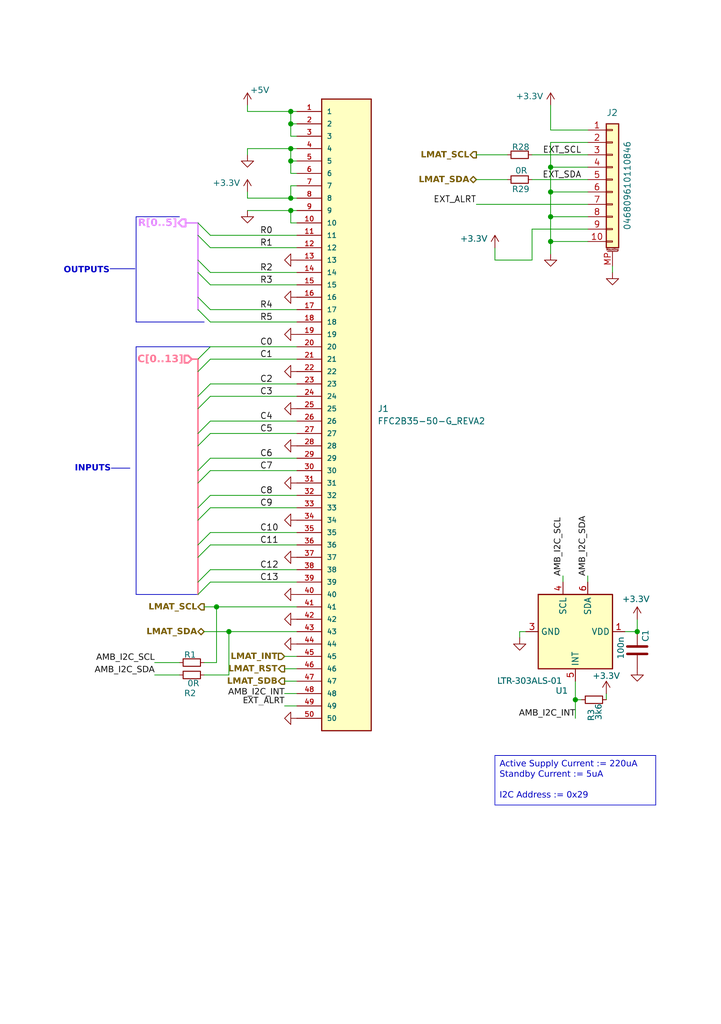
<source format=kicad_sch>
(kicad_sch
	(version 20231120)
	(generator "eeschema")
	(generator_version "8.0")
	(uuid "81255098-7e50-498f-ba0d-8c07024c7199")
	(paper "A5" portrait)
	(title_block
		(title "Pico-Stroke [Controller]")
		(date "2024-10-13")
		(rev "1")
		(company "Yolk Workshop")
	)
	(lib_symbols
		(symbol "Connector_Generic_MountingPin:Conn_01x10_MountingPin"
			(pin_names
				(offset 1.016) hide)
			(exclude_from_sim no)
			(in_bom yes)
			(on_board yes)
			(property "Reference" "J"
				(at 0 12.7 0)
				(effects
					(font
						(size 1.27 1.27)
					)
				)
			)
			(property "Value" "Conn_01x10_MountingPin"
				(at 1.27 -15.24 0)
				(effects
					(font
						(size 1.27 1.27)
					)
					(justify left)
				)
			)
			(property "Footprint" ""
				(at 0 0 0)
				(effects
					(font
						(size 1.27 1.27)
					)
					(hide yes)
				)
			)
			(property "Datasheet" "~"
				(at 0 0 0)
				(effects
					(font
						(size 1.27 1.27)
					)
					(hide yes)
				)
			)
			(property "Description" "Generic connectable mounting pin connector, single row, 01x10, script generated (kicad-library-utils/schlib/autogen/connector/)"
				(at 0 0 0)
				(effects
					(font
						(size 1.27 1.27)
					)
					(hide yes)
				)
			)
			(property "ki_keywords" "connector"
				(at 0 0 0)
				(effects
					(font
						(size 1.27 1.27)
					)
					(hide yes)
				)
			)
			(property "ki_fp_filters" "Connector*:*_1x??-1MP*"
				(at 0 0 0)
				(effects
					(font
						(size 1.27 1.27)
					)
					(hide yes)
				)
			)
			(symbol "Conn_01x10_MountingPin_1_1"
				(rectangle
					(start -1.27 -12.573)
					(end 0 -12.827)
					(stroke
						(width 0.1524)
						(type default)
					)
					(fill
						(type none)
					)
				)
				(rectangle
					(start -1.27 -10.033)
					(end 0 -10.287)
					(stroke
						(width 0.1524)
						(type default)
					)
					(fill
						(type none)
					)
				)
				(rectangle
					(start -1.27 -7.493)
					(end 0 -7.747)
					(stroke
						(width 0.1524)
						(type default)
					)
					(fill
						(type none)
					)
				)
				(rectangle
					(start -1.27 -4.953)
					(end 0 -5.207)
					(stroke
						(width 0.1524)
						(type default)
					)
					(fill
						(type none)
					)
				)
				(rectangle
					(start -1.27 -2.413)
					(end 0 -2.667)
					(stroke
						(width 0.1524)
						(type default)
					)
					(fill
						(type none)
					)
				)
				(rectangle
					(start -1.27 0.127)
					(end 0 -0.127)
					(stroke
						(width 0.1524)
						(type default)
					)
					(fill
						(type none)
					)
				)
				(rectangle
					(start -1.27 2.667)
					(end 0 2.413)
					(stroke
						(width 0.1524)
						(type default)
					)
					(fill
						(type none)
					)
				)
				(rectangle
					(start -1.27 5.207)
					(end 0 4.953)
					(stroke
						(width 0.1524)
						(type default)
					)
					(fill
						(type none)
					)
				)
				(rectangle
					(start -1.27 7.747)
					(end 0 7.493)
					(stroke
						(width 0.1524)
						(type default)
					)
					(fill
						(type none)
					)
				)
				(rectangle
					(start -1.27 10.287)
					(end 0 10.033)
					(stroke
						(width 0.1524)
						(type default)
					)
					(fill
						(type none)
					)
				)
				(rectangle
					(start -1.27 11.43)
					(end 1.27 -13.97)
					(stroke
						(width 0.254)
						(type default)
					)
					(fill
						(type background)
					)
				)
				(polyline
					(pts
						(xy -1.016 -14.732) (xy 1.016 -14.732)
					)
					(stroke
						(width 0.1524)
						(type default)
					)
					(fill
						(type none)
					)
				)
				(text "Mounting"
					(at 0 -14.351 0)
					(effects
						(font
							(size 0.381 0.381)
						)
					)
				)
				(pin passive line
					(at -5.08 10.16 0)
					(length 3.81)
					(name "Pin_1"
						(effects
							(font
								(size 1.27 1.27)
							)
						)
					)
					(number "1"
						(effects
							(font
								(size 1.27 1.27)
							)
						)
					)
				)
				(pin passive line
					(at -5.08 -12.7 0)
					(length 3.81)
					(name "Pin_10"
						(effects
							(font
								(size 1.27 1.27)
							)
						)
					)
					(number "10"
						(effects
							(font
								(size 1.27 1.27)
							)
						)
					)
				)
				(pin passive line
					(at -5.08 7.62 0)
					(length 3.81)
					(name "Pin_2"
						(effects
							(font
								(size 1.27 1.27)
							)
						)
					)
					(number "2"
						(effects
							(font
								(size 1.27 1.27)
							)
						)
					)
				)
				(pin passive line
					(at -5.08 5.08 0)
					(length 3.81)
					(name "Pin_3"
						(effects
							(font
								(size 1.27 1.27)
							)
						)
					)
					(number "3"
						(effects
							(font
								(size 1.27 1.27)
							)
						)
					)
				)
				(pin passive line
					(at -5.08 2.54 0)
					(length 3.81)
					(name "Pin_4"
						(effects
							(font
								(size 1.27 1.27)
							)
						)
					)
					(number "4"
						(effects
							(font
								(size 1.27 1.27)
							)
						)
					)
				)
				(pin passive line
					(at -5.08 0 0)
					(length 3.81)
					(name "Pin_5"
						(effects
							(font
								(size 1.27 1.27)
							)
						)
					)
					(number "5"
						(effects
							(font
								(size 1.27 1.27)
							)
						)
					)
				)
				(pin passive line
					(at -5.08 -2.54 0)
					(length 3.81)
					(name "Pin_6"
						(effects
							(font
								(size 1.27 1.27)
							)
						)
					)
					(number "6"
						(effects
							(font
								(size 1.27 1.27)
							)
						)
					)
				)
				(pin passive line
					(at -5.08 -5.08 0)
					(length 3.81)
					(name "Pin_7"
						(effects
							(font
								(size 1.27 1.27)
							)
						)
					)
					(number "7"
						(effects
							(font
								(size 1.27 1.27)
							)
						)
					)
				)
				(pin passive line
					(at -5.08 -7.62 0)
					(length 3.81)
					(name "Pin_8"
						(effects
							(font
								(size 1.27 1.27)
							)
						)
					)
					(number "8"
						(effects
							(font
								(size 1.27 1.27)
							)
						)
					)
				)
				(pin passive line
					(at -5.08 -10.16 0)
					(length 3.81)
					(name "Pin_9"
						(effects
							(font
								(size 1.27 1.27)
							)
						)
					)
					(number "9"
						(effects
							(font
								(size 1.27 1.27)
							)
						)
					)
				)
				(pin passive line
					(at 0 -17.78 90)
					(length 3.048)
					(name "MountPin"
						(effects
							(font
								(size 1.27 1.27)
							)
						)
					)
					(number "MP"
						(effects
							(font
								(size 1.27 1.27)
							)
						)
					)
				)
			)
		)
		(symbol "Device:C"
			(pin_numbers hide)
			(pin_names
				(offset 0.254)
			)
			(exclude_from_sim no)
			(in_bom yes)
			(on_board yes)
			(property "Reference" "C"
				(at 0.635 2.54 0)
				(effects
					(font
						(size 1.27 1.27)
					)
					(justify left)
				)
			)
			(property "Value" "C"
				(at 0.635 -2.54 0)
				(effects
					(font
						(size 1.27 1.27)
					)
					(justify left)
				)
			)
			(property "Footprint" ""
				(at 0.9652 -3.81 0)
				(effects
					(font
						(size 1.27 1.27)
					)
					(hide yes)
				)
			)
			(property "Datasheet" "~"
				(at 0 0 0)
				(effects
					(font
						(size 1.27 1.27)
					)
					(hide yes)
				)
			)
			(property "Description" "Unpolarized capacitor"
				(at 0 0 0)
				(effects
					(font
						(size 1.27 1.27)
					)
					(hide yes)
				)
			)
			(property "ki_keywords" "cap capacitor"
				(at 0 0 0)
				(effects
					(font
						(size 1.27 1.27)
					)
					(hide yes)
				)
			)
			(property "ki_fp_filters" "C_*"
				(at 0 0 0)
				(effects
					(font
						(size 1.27 1.27)
					)
					(hide yes)
				)
			)
			(symbol "C_0_1"
				(polyline
					(pts
						(xy -2.032 -0.762) (xy 2.032 -0.762)
					)
					(stroke
						(width 0.508)
						(type default)
					)
					(fill
						(type none)
					)
				)
				(polyline
					(pts
						(xy -2.032 0.762) (xy 2.032 0.762)
					)
					(stroke
						(width 0.508)
						(type default)
					)
					(fill
						(type none)
					)
				)
			)
			(symbol "C_1_1"
				(pin passive line
					(at 0 3.81 270)
					(length 2.794)
					(name "~"
						(effects
							(font
								(size 1.27 1.27)
							)
						)
					)
					(number "1"
						(effects
							(font
								(size 1.27 1.27)
							)
						)
					)
				)
				(pin passive line
					(at 0 -3.81 90)
					(length 2.794)
					(name "~"
						(effects
							(font
								(size 1.27 1.27)
							)
						)
					)
					(number "2"
						(effects
							(font
								(size 1.27 1.27)
							)
						)
					)
				)
			)
		)
		(symbol "Device:R_Small"
			(pin_numbers hide)
			(pin_names
				(offset 0.254) hide)
			(exclude_from_sim no)
			(in_bom yes)
			(on_board yes)
			(property "Reference" "R"
				(at 0.762 0.508 0)
				(effects
					(font
						(size 1.27 1.27)
					)
					(justify left)
				)
			)
			(property "Value" "R_Small"
				(at 0.762 -1.016 0)
				(effects
					(font
						(size 1.27 1.27)
					)
					(justify left)
				)
			)
			(property "Footprint" ""
				(at 0 0 0)
				(effects
					(font
						(size 1.27 1.27)
					)
					(hide yes)
				)
			)
			(property "Datasheet" "~"
				(at 0 0 0)
				(effects
					(font
						(size 1.27 1.27)
					)
					(hide yes)
				)
			)
			(property "Description" "Resistor, small symbol"
				(at 0 0 0)
				(effects
					(font
						(size 1.27 1.27)
					)
					(hide yes)
				)
			)
			(property "ki_keywords" "R resistor"
				(at 0 0 0)
				(effects
					(font
						(size 1.27 1.27)
					)
					(hide yes)
				)
			)
			(property "ki_fp_filters" "R_*"
				(at 0 0 0)
				(effects
					(font
						(size 1.27 1.27)
					)
					(hide yes)
				)
			)
			(symbol "R_Small_0_1"
				(rectangle
					(start -0.762 1.778)
					(end 0.762 -1.778)
					(stroke
						(width 0.2032)
						(type default)
					)
					(fill
						(type none)
					)
				)
			)
			(symbol "R_Small_1_1"
				(pin passive line
					(at 0 2.54 270)
					(length 0.762)
					(name "~"
						(effects
							(font
								(size 1.27 1.27)
							)
						)
					)
					(number "1"
						(effects
							(font
								(size 1.27 1.27)
							)
						)
					)
				)
				(pin passive line
					(at 0 -2.54 90)
					(length 0.762)
					(name "~"
						(effects
							(font
								(size 1.27 1.27)
							)
						)
					)
					(number "2"
						(effects
							(font
								(size 1.27 1.27)
							)
						)
					)
				)
			)
		)
		(symbol "FFC2B35-50-G_REVA2:FFC2B35-50-G_REVA2"
			(pin_names
				(offset 1.016)
			)
			(exclude_from_sim no)
			(in_bom yes)
			(on_board yes)
			(property "Reference" "J"
				(at -5.08 67.31 0)
				(effects
					(font
						(size 1.27 1.27)
					)
					(justify left bottom)
				)
			)
			(property "Value" "FFC2B35-50-G_REVA2"
				(at -5.08 -66.04 0)
				(effects
					(font
						(size 1.27 1.27)
					)
					(justify left bottom)
				)
			)
			(property "Footprint" "FFC2B35-50-G_REVA2:GCT_FFC2B35-50-G_REVA2"
				(at 0 0 0)
				(effects
					(font
						(size 1.27 1.27)
					)
					(justify bottom)
					(hide yes)
				)
			)
			(property "Datasheet" ""
				(at 0 0 0)
				(effects
					(font
						(size 1.27 1.27)
					)
					(hide yes)
				)
			)
			(property "Description" ""
				(at 0 0 0)
				(effects
					(font
						(size 1.27 1.27)
					)
					(hide yes)
				)
			)
			(property "MF" "Global Connector Technology"
				(at 0 0 0)
				(effects
					(font
						(size 1.27 1.27)
					)
					(justify bottom)
					(hide yes)
				)
			)
			(property "MAXIMUM_PACKAGE_HEIGHT" "2 mm"
				(at 0 0 0)
				(effects
					(font
						(size 1.27 1.27)
					)
					(justify bottom)
					(hide yes)
				)
			)
			(property "Package" "None"
				(at 0 0 0)
				(effects
					(font
						(size 1.27 1.27)
					)
					(justify bottom)
					(hide yes)
				)
			)
			(property "Price" "None"
				(at 0 0 0)
				(effects
					(font
						(size 1.27 1.27)
					)
					(justify bottom)
					(hide yes)
				)
			)
			(property "Check_prices" "https://www.snapeda.com/parts/FFC2B35-50-G/Global+Connector+Technology/view-part/?ref=eda"
				(at 0 0 0)
				(effects
					(font
						(size 1.27 1.27)
					)
					(justify bottom)
					(hide yes)
				)
			)
			(property "STANDARD" "Manufacturer Recommendations"
				(at 0 0 0)
				(effects
					(font
						(size 1.27 1.27)
					)
					(justify bottom)
					(hide yes)
				)
			)
			(property "PARTREV" "A2"
				(at 0 0 0)
				(effects
					(font
						(size 1.27 1.27)
					)
					(justify bottom)
					(hide yes)
				)
			)
			(property "SnapEDA_Link" "https://www.snapeda.com/parts/FFC2B35-50-G/Global+Connector+Technology/view-part/?ref=snap"
				(at 0 0 0)
				(effects
					(font
						(size 1.27 1.27)
					)
					(justify bottom)
					(hide yes)
				)
			)
			(property "MP" "FFC2B35-50-G"
				(at 0 0 0)
				(effects
					(font
						(size 1.27 1.27)
					)
					(justify bottom)
					(hide yes)
				)
			)
			(property "Purchase-URL" "https://www.snapeda.com/api/url_track_click_mouser/?unipart_id=6577129&manufacturer=Global Connector Technology&part_name=FFC2B35-50-G&search_term= ffc2b35-50-g"
				(at 0 0 0)
				(effects
					(font
						(size 1.27 1.27)
					)
					(justify bottom)
					(hide yes)
				)
			)
			(property "Description_1" "\n0.5mm Side entry Flat Flexible Cable Connector\n"
				(at 0 0 0)
				(effects
					(font
						(size 1.27 1.27)
					)
					(justify bottom)
					(hide yes)
				)
			)
			(property "Availability" "In Stock"
				(at 0 0 0)
				(effects
					(font
						(size 1.27 1.27)
					)
					(justify bottom)
					(hide yes)
				)
			)
			(property "MANUFACTURER" "GCT"
				(at 0 0 0)
				(effects
					(font
						(size 1.27 1.27)
					)
					(justify bottom)
					(hide yes)
				)
			)
			(symbol "FFC2B35-50-G_REVA2_0_0"
				(rectangle
					(start -5.08 -63.5)
					(end 5.08 66.04)
					(stroke
						(width 0.254)
						(type default)
					)
					(fill
						(type background)
					)
				)
				(pin passive line
					(at -10.16 63.5 0)
					(length 5.08)
					(name "1"
						(effects
							(font
								(size 1.016 1.016)
							)
						)
					)
					(number "1"
						(effects
							(font
								(size 1.016 1.016)
							)
						)
					)
				)
				(pin passive line
					(at -10.16 40.64 0)
					(length 5.08)
					(name "10"
						(effects
							(font
								(size 1.016 1.016)
							)
						)
					)
					(number "10"
						(effects
							(font
								(size 1.016 1.016)
							)
						)
					)
				)
				(pin passive line
					(at -10.16 38.1 0)
					(length 5.08)
					(name "11"
						(effects
							(font
								(size 1.016 1.016)
							)
						)
					)
					(number "11"
						(effects
							(font
								(size 1.016 1.016)
							)
						)
					)
				)
				(pin passive line
					(at -10.16 35.56 0)
					(length 5.08)
					(name "12"
						(effects
							(font
								(size 1.016 1.016)
							)
						)
					)
					(number "12"
						(effects
							(font
								(size 1.016 1.016)
							)
						)
					)
				)
				(pin passive line
					(at -10.16 33.02 0)
					(length 5.08)
					(name "13"
						(effects
							(font
								(size 1.016 1.016)
							)
						)
					)
					(number "13"
						(effects
							(font
								(size 1.016 1.016)
							)
						)
					)
				)
				(pin passive line
					(at -10.16 30.48 0)
					(length 5.08)
					(name "14"
						(effects
							(font
								(size 1.016 1.016)
							)
						)
					)
					(number "14"
						(effects
							(font
								(size 1.016 1.016)
							)
						)
					)
				)
				(pin passive line
					(at -10.16 27.94 0)
					(length 5.08)
					(name "15"
						(effects
							(font
								(size 1.016 1.016)
							)
						)
					)
					(number "15"
						(effects
							(font
								(size 1.016 1.016)
							)
						)
					)
				)
				(pin passive line
					(at -10.16 25.4 0)
					(length 5.08)
					(name "16"
						(effects
							(font
								(size 1.016 1.016)
							)
						)
					)
					(number "16"
						(effects
							(font
								(size 1.016 1.016)
							)
						)
					)
				)
				(pin passive line
					(at -10.16 22.86 0)
					(length 5.08)
					(name "17"
						(effects
							(font
								(size 1.016 1.016)
							)
						)
					)
					(number "17"
						(effects
							(font
								(size 1.016 1.016)
							)
						)
					)
				)
				(pin passive line
					(at -10.16 20.32 0)
					(length 5.08)
					(name "18"
						(effects
							(font
								(size 1.016 1.016)
							)
						)
					)
					(number "18"
						(effects
							(font
								(size 1.016 1.016)
							)
						)
					)
				)
				(pin passive line
					(at -10.16 17.78 0)
					(length 5.08)
					(name "19"
						(effects
							(font
								(size 1.016 1.016)
							)
						)
					)
					(number "19"
						(effects
							(font
								(size 1.016 1.016)
							)
						)
					)
				)
				(pin passive line
					(at -10.16 60.96 0)
					(length 5.08)
					(name "2"
						(effects
							(font
								(size 1.016 1.016)
							)
						)
					)
					(number "2"
						(effects
							(font
								(size 1.016 1.016)
							)
						)
					)
				)
				(pin passive line
					(at -10.16 15.24 0)
					(length 5.08)
					(name "20"
						(effects
							(font
								(size 1.016 1.016)
							)
						)
					)
					(number "20"
						(effects
							(font
								(size 1.016 1.016)
							)
						)
					)
				)
				(pin passive line
					(at -10.16 12.7 0)
					(length 5.08)
					(name "21"
						(effects
							(font
								(size 1.016 1.016)
							)
						)
					)
					(number "21"
						(effects
							(font
								(size 1.016 1.016)
							)
						)
					)
				)
				(pin passive line
					(at -10.16 10.16 0)
					(length 5.08)
					(name "22"
						(effects
							(font
								(size 1.016 1.016)
							)
						)
					)
					(number "22"
						(effects
							(font
								(size 1.016 1.016)
							)
						)
					)
				)
				(pin passive line
					(at -10.16 7.62 0)
					(length 5.08)
					(name "23"
						(effects
							(font
								(size 1.016 1.016)
							)
						)
					)
					(number "23"
						(effects
							(font
								(size 1.016 1.016)
							)
						)
					)
				)
				(pin passive line
					(at -10.16 5.08 0)
					(length 5.08)
					(name "24"
						(effects
							(font
								(size 1.016 1.016)
							)
						)
					)
					(number "24"
						(effects
							(font
								(size 1.016 1.016)
							)
						)
					)
				)
				(pin passive line
					(at -10.16 2.54 0)
					(length 5.08)
					(name "25"
						(effects
							(font
								(size 1.016 1.016)
							)
						)
					)
					(number "25"
						(effects
							(font
								(size 1.016 1.016)
							)
						)
					)
				)
				(pin passive line
					(at -10.16 0 0)
					(length 5.08)
					(name "26"
						(effects
							(font
								(size 1.016 1.016)
							)
						)
					)
					(number "26"
						(effects
							(font
								(size 1.016 1.016)
							)
						)
					)
				)
				(pin passive line
					(at -10.16 -2.54 0)
					(length 5.08)
					(name "27"
						(effects
							(font
								(size 1.016 1.016)
							)
						)
					)
					(number "27"
						(effects
							(font
								(size 1.016 1.016)
							)
						)
					)
				)
				(pin passive line
					(at -10.16 -5.08 0)
					(length 5.08)
					(name "28"
						(effects
							(font
								(size 1.016 1.016)
							)
						)
					)
					(number "28"
						(effects
							(font
								(size 1.016 1.016)
							)
						)
					)
				)
				(pin passive line
					(at -10.16 -7.62 0)
					(length 5.08)
					(name "29"
						(effects
							(font
								(size 1.016 1.016)
							)
						)
					)
					(number "29"
						(effects
							(font
								(size 1.016 1.016)
							)
						)
					)
				)
				(pin passive line
					(at -10.16 58.42 0)
					(length 5.08)
					(name "3"
						(effects
							(font
								(size 1.016 1.016)
							)
						)
					)
					(number "3"
						(effects
							(font
								(size 1.016 1.016)
							)
						)
					)
				)
				(pin passive line
					(at -10.16 -10.16 0)
					(length 5.08)
					(name "30"
						(effects
							(font
								(size 1.016 1.016)
							)
						)
					)
					(number "30"
						(effects
							(font
								(size 1.016 1.016)
							)
						)
					)
				)
				(pin passive line
					(at -10.16 -12.7 0)
					(length 5.08)
					(name "31"
						(effects
							(font
								(size 1.016 1.016)
							)
						)
					)
					(number "31"
						(effects
							(font
								(size 1.016 1.016)
							)
						)
					)
				)
				(pin passive line
					(at -10.16 -15.24 0)
					(length 5.08)
					(name "32"
						(effects
							(font
								(size 1.016 1.016)
							)
						)
					)
					(number "32"
						(effects
							(font
								(size 1.016 1.016)
							)
						)
					)
				)
				(pin passive line
					(at -10.16 -17.78 0)
					(length 5.08)
					(name "33"
						(effects
							(font
								(size 1.016 1.016)
							)
						)
					)
					(number "33"
						(effects
							(font
								(size 1.016 1.016)
							)
						)
					)
				)
				(pin passive line
					(at -10.16 -20.32 0)
					(length 5.08)
					(name "34"
						(effects
							(font
								(size 1.016 1.016)
							)
						)
					)
					(number "34"
						(effects
							(font
								(size 1.016 1.016)
							)
						)
					)
				)
				(pin passive line
					(at -10.16 -22.86 0)
					(length 5.08)
					(name "35"
						(effects
							(font
								(size 1.016 1.016)
							)
						)
					)
					(number "35"
						(effects
							(font
								(size 1.016 1.016)
							)
						)
					)
				)
				(pin passive line
					(at -10.16 -25.4 0)
					(length 5.08)
					(name "36"
						(effects
							(font
								(size 1.016 1.016)
							)
						)
					)
					(number "36"
						(effects
							(font
								(size 1.016 1.016)
							)
						)
					)
				)
				(pin passive line
					(at -10.16 -27.94 0)
					(length 5.08)
					(name "37"
						(effects
							(font
								(size 1.016 1.016)
							)
						)
					)
					(number "37"
						(effects
							(font
								(size 1.016 1.016)
							)
						)
					)
				)
				(pin passive line
					(at -10.16 -30.48 0)
					(length 5.08)
					(name "38"
						(effects
							(font
								(size 1.016 1.016)
							)
						)
					)
					(number "38"
						(effects
							(font
								(size 1.016 1.016)
							)
						)
					)
				)
				(pin passive line
					(at -10.16 -33.02 0)
					(length 5.08)
					(name "39"
						(effects
							(font
								(size 1.016 1.016)
							)
						)
					)
					(number "39"
						(effects
							(font
								(size 1.016 1.016)
							)
						)
					)
				)
				(pin passive line
					(at -10.16 55.88 0)
					(length 5.08)
					(name "4"
						(effects
							(font
								(size 1.016 1.016)
							)
						)
					)
					(number "4"
						(effects
							(font
								(size 1.016 1.016)
							)
						)
					)
				)
				(pin passive line
					(at -10.16 -35.56 0)
					(length 5.08)
					(name "40"
						(effects
							(font
								(size 1.016 1.016)
							)
						)
					)
					(number "40"
						(effects
							(font
								(size 1.016 1.016)
							)
						)
					)
				)
				(pin passive line
					(at -10.16 -38.1 0)
					(length 5.08)
					(name "41"
						(effects
							(font
								(size 1.016 1.016)
							)
						)
					)
					(number "41"
						(effects
							(font
								(size 1.016 1.016)
							)
						)
					)
				)
				(pin passive line
					(at -10.16 -40.64 0)
					(length 5.08)
					(name "42"
						(effects
							(font
								(size 1.016 1.016)
							)
						)
					)
					(number "42"
						(effects
							(font
								(size 1.016 1.016)
							)
						)
					)
				)
				(pin passive line
					(at -10.16 -43.18 0)
					(length 5.08)
					(name "43"
						(effects
							(font
								(size 1.016 1.016)
							)
						)
					)
					(number "43"
						(effects
							(font
								(size 1.016 1.016)
							)
						)
					)
				)
				(pin passive line
					(at -10.16 -45.72 0)
					(length 5.08)
					(name "44"
						(effects
							(font
								(size 1.016 1.016)
							)
						)
					)
					(number "44"
						(effects
							(font
								(size 1.016 1.016)
							)
						)
					)
				)
				(pin passive line
					(at -10.16 -48.26 0)
					(length 5.08)
					(name "45"
						(effects
							(font
								(size 1.016 1.016)
							)
						)
					)
					(number "45"
						(effects
							(font
								(size 1.016 1.016)
							)
						)
					)
				)
				(pin passive line
					(at -10.16 -50.8 0)
					(length 5.08)
					(name "46"
						(effects
							(font
								(size 1.016 1.016)
							)
						)
					)
					(number "46"
						(effects
							(font
								(size 1.016 1.016)
							)
						)
					)
				)
				(pin passive line
					(at -10.16 -53.34 0)
					(length 5.08)
					(name "47"
						(effects
							(font
								(size 1.016 1.016)
							)
						)
					)
					(number "47"
						(effects
							(font
								(size 1.016 1.016)
							)
						)
					)
				)
				(pin passive line
					(at -10.16 -55.88 0)
					(length 5.08)
					(name "48"
						(effects
							(font
								(size 1.016 1.016)
							)
						)
					)
					(number "48"
						(effects
							(font
								(size 1.016 1.016)
							)
						)
					)
				)
				(pin passive line
					(at -10.16 -58.42 0)
					(length 5.08)
					(name "49"
						(effects
							(font
								(size 1.016 1.016)
							)
						)
					)
					(number "49"
						(effects
							(font
								(size 1.016 1.016)
							)
						)
					)
				)
				(pin passive line
					(at -10.16 53.34 0)
					(length 5.08)
					(name "5"
						(effects
							(font
								(size 1.016 1.016)
							)
						)
					)
					(number "5"
						(effects
							(font
								(size 1.016 1.016)
							)
						)
					)
				)
				(pin passive line
					(at -10.16 -60.96 0)
					(length 5.08)
					(name "50"
						(effects
							(font
								(size 1.016 1.016)
							)
						)
					)
					(number "50"
						(effects
							(font
								(size 1.016 1.016)
							)
						)
					)
				)
				(pin passive line
					(at -10.16 50.8 0)
					(length 5.08)
					(name "6"
						(effects
							(font
								(size 1.016 1.016)
							)
						)
					)
					(number "6"
						(effects
							(font
								(size 1.016 1.016)
							)
						)
					)
				)
				(pin passive line
					(at -10.16 48.26 0)
					(length 5.08)
					(name "7"
						(effects
							(font
								(size 1.016 1.016)
							)
						)
					)
					(number "7"
						(effects
							(font
								(size 1.016 1.016)
							)
						)
					)
				)
				(pin passive line
					(at -10.16 45.72 0)
					(length 5.08)
					(name "8"
						(effects
							(font
								(size 1.016 1.016)
							)
						)
					)
					(number "8"
						(effects
							(font
								(size 1.016 1.016)
							)
						)
					)
				)
				(pin passive line
					(at -10.16 43.18 0)
					(length 5.08)
					(name "9"
						(effects
							(font
								(size 1.016 1.016)
							)
						)
					)
					(number "9"
						(effects
							(font
								(size 1.016 1.016)
							)
						)
					)
				)
			)
		)
		(symbol "Sensor_Optical:LTR-303ALS-01"
			(exclude_from_sim no)
			(in_bom yes)
			(on_board yes)
			(property "Reference" "U"
				(at -7.62 8.89 0)
				(effects
					(font
						(size 1.27 1.27)
					)
					(justify left)
				)
			)
			(property "Value" "LTR-303ALS-01"
				(at 1.27 8.89 0)
				(effects
					(font
						(size 1.27 1.27)
					)
					(justify left)
				)
			)
			(property "Footprint" "OptoDevice:Lite-On_LTR-303ALS-01"
				(at 0 11.43 0)
				(effects
					(font
						(size 1.27 1.27)
					)
					(hide yes)
				)
			)
			(property "Datasheet" "https://optoelectronics.liteon.com/upload/download/DS86-2013-0004/LTR-303ALS-01_DS_V1.pdf"
				(at -7.62 8.89 0)
				(effects
					(font
						(size 1.27 1.27)
					)
					(hide yes)
				)
			)
			(property "Description" "ambient light sensor, i2c interface, 0.01 to 64k lux, 2.4-3.6V"
				(at 0 0 0)
				(effects
					(font
						(size 1.27 1.27)
					)
					(hide yes)
				)
			)
			(property "ki_keywords" "ambient light sensor i2c"
				(at 0 0 0)
				(effects
					(font
						(size 1.27 1.27)
					)
					(hide yes)
				)
			)
			(property "ki_fp_filters" "Lite*On*LTR*303ALS*01*"
				(at 0 0 0)
				(effects
					(font
						(size 1.27 1.27)
					)
					(hide yes)
				)
			)
			(symbol "LTR-303ALS-01_0_1"
				(rectangle
					(start -7.62 7.62)
					(end 7.62 -7.62)
					(stroke
						(width 0.254)
						(type default)
					)
					(fill
						(type background)
					)
				)
			)
			(symbol "LTR-303ALS-01_1_1"
				(pin power_in line
					(at 0 10.16 270)
					(length 2.54)
					(name "VDD"
						(effects
							(font
								(size 1.27 1.27)
							)
						)
					)
					(number "1"
						(effects
							(font
								(size 1.27 1.27)
							)
						)
					)
				)
				(pin no_connect line
					(at 7.62 -2.54 180)
					(length 2.54) hide
					(name "NC"
						(effects
							(font
								(size 1.27 1.27)
							)
						)
					)
					(number "2"
						(effects
							(font
								(size 1.27 1.27)
							)
						)
					)
				)
				(pin power_in line
					(at 0 -10.16 90)
					(length 2.54)
					(name "GND"
						(effects
							(font
								(size 1.27 1.27)
							)
						)
					)
					(number "3"
						(effects
							(font
								(size 1.27 1.27)
							)
						)
					)
				)
				(pin input line
					(at -10.16 -2.54 0)
					(length 2.54)
					(name "SCL"
						(effects
							(font
								(size 1.27 1.27)
							)
						)
					)
					(number "4"
						(effects
							(font
								(size 1.27 1.27)
							)
						)
					)
				)
				(pin open_collector line
					(at 10.16 0 180)
					(length 2.54)
					(name "INT"
						(effects
							(font
								(size 1.27 1.27)
							)
						)
					)
					(number "5"
						(effects
							(font
								(size 1.27 1.27)
							)
						)
					)
				)
				(pin bidirectional line
					(at -10.16 2.54 0)
					(length 2.54)
					(name "SDA"
						(effects
							(font
								(size 1.27 1.27)
							)
						)
					)
					(number "6"
						(effects
							(font
								(size 1.27 1.27)
							)
						)
					)
				)
			)
		)
		(symbol "power:+3.3V"
			(power)
			(pin_numbers hide)
			(pin_names
				(offset 0) hide)
			(exclude_from_sim no)
			(in_bom yes)
			(on_board yes)
			(property "Reference" "#PWR"
				(at 0 -3.81 0)
				(effects
					(font
						(size 1.27 1.27)
					)
					(hide yes)
				)
			)
			(property "Value" "+3.3V"
				(at 0 3.556 0)
				(effects
					(font
						(size 1.27 1.27)
					)
				)
			)
			(property "Footprint" ""
				(at 0 0 0)
				(effects
					(font
						(size 1.27 1.27)
					)
					(hide yes)
				)
			)
			(property "Datasheet" ""
				(at 0 0 0)
				(effects
					(font
						(size 1.27 1.27)
					)
					(hide yes)
				)
			)
			(property "Description" "Power symbol creates a global label with name \"+3.3V\""
				(at 0 0 0)
				(effects
					(font
						(size 1.27 1.27)
					)
					(hide yes)
				)
			)
			(property "ki_keywords" "global power"
				(at 0 0 0)
				(effects
					(font
						(size 1.27 1.27)
					)
					(hide yes)
				)
			)
			(symbol "+3.3V_0_1"
				(polyline
					(pts
						(xy -0.762 1.27) (xy 0 2.54)
					)
					(stroke
						(width 0)
						(type default)
					)
					(fill
						(type none)
					)
				)
				(polyline
					(pts
						(xy 0 0) (xy 0 2.54)
					)
					(stroke
						(width 0)
						(type default)
					)
					(fill
						(type none)
					)
				)
				(polyline
					(pts
						(xy 0 2.54) (xy 0.762 1.27)
					)
					(stroke
						(width 0)
						(type default)
					)
					(fill
						(type none)
					)
				)
			)
			(symbol "+3.3V_1_1"
				(pin power_in line
					(at 0 0 90)
					(length 0)
					(name "~"
						(effects
							(font
								(size 1.27 1.27)
							)
						)
					)
					(number "1"
						(effects
							(font
								(size 1.27 1.27)
							)
						)
					)
				)
			)
		)
		(symbol "power:+5V"
			(power)
			(pin_numbers hide)
			(pin_names
				(offset 0) hide)
			(exclude_from_sim no)
			(in_bom yes)
			(on_board yes)
			(property "Reference" "#PWR"
				(at 0 -3.81 0)
				(effects
					(font
						(size 1.27 1.27)
					)
					(hide yes)
				)
			)
			(property "Value" "+5V"
				(at 0 3.556 0)
				(effects
					(font
						(size 1.27 1.27)
					)
				)
			)
			(property "Footprint" ""
				(at 0 0 0)
				(effects
					(font
						(size 1.27 1.27)
					)
					(hide yes)
				)
			)
			(property "Datasheet" ""
				(at 0 0 0)
				(effects
					(font
						(size 1.27 1.27)
					)
					(hide yes)
				)
			)
			(property "Description" "Power symbol creates a global label with name \"+5V\""
				(at 0 0 0)
				(effects
					(font
						(size 1.27 1.27)
					)
					(hide yes)
				)
			)
			(property "ki_keywords" "global power"
				(at 0 0 0)
				(effects
					(font
						(size 1.27 1.27)
					)
					(hide yes)
				)
			)
			(symbol "+5V_0_1"
				(polyline
					(pts
						(xy -0.762 1.27) (xy 0 2.54)
					)
					(stroke
						(width 0)
						(type default)
					)
					(fill
						(type none)
					)
				)
				(polyline
					(pts
						(xy 0 0) (xy 0 2.54)
					)
					(stroke
						(width 0)
						(type default)
					)
					(fill
						(type none)
					)
				)
				(polyline
					(pts
						(xy 0 2.54) (xy 0.762 1.27)
					)
					(stroke
						(width 0)
						(type default)
					)
					(fill
						(type none)
					)
				)
			)
			(symbol "+5V_1_1"
				(pin power_in line
					(at 0 0 90)
					(length 0)
					(name "~"
						(effects
							(font
								(size 1.27 1.27)
							)
						)
					)
					(number "1"
						(effects
							(font
								(size 1.27 1.27)
							)
						)
					)
				)
			)
		)
		(symbol "power:GND"
			(power)
			(pin_numbers hide)
			(pin_names
				(offset 0) hide)
			(exclude_from_sim no)
			(in_bom yes)
			(on_board yes)
			(property "Reference" "#PWR"
				(at 0 -6.35 0)
				(effects
					(font
						(size 1.27 1.27)
					)
					(hide yes)
				)
			)
			(property "Value" "GND"
				(at 0 -3.81 0)
				(effects
					(font
						(size 1.27 1.27)
					)
				)
			)
			(property "Footprint" ""
				(at 0 0 0)
				(effects
					(font
						(size 1.27 1.27)
					)
					(hide yes)
				)
			)
			(property "Datasheet" ""
				(at 0 0 0)
				(effects
					(font
						(size 1.27 1.27)
					)
					(hide yes)
				)
			)
			(property "Description" "Power symbol creates a global label with name \"GND\" , ground"
				(at 0 0 0)
				(effects
					(font
						(size 1.27 1.27)
					)
					(hide yes)
				)
			)
			(property "ki_keywords" "global power"
				(at 0 0 0)
				(effects
					(font
						(size 1.27 1.27)
					)
					(hide yes)
				)
			)
			(symbol "GND_0_1"
				(polyline
					(pts
						(xy 0 0) (xy 0 -1.27) (xy 1.27 -1.27) (xy 0 -2.54) (xy -1.27 -1.27) (xy 0 -1.27)
					)
					(stroke
						(width 0)
						(type default)
					)
					(fill
						(type none)
					)
				)
			)
			(symbol "GND_1_1"
				(pin power_in line
					(at 0 0 270)
					(length 0)
					(name "~"
						(effects
							(font
								(size 1.27 1.27)
							)
						)
					)
					(number "1"
						(effects
							(font
								(size 1.27 1.27)
							)
						)
					)
				)
			)
		)
	)
	(junction
		(at 118.11 143.51)
		(diameter 0)
		(color 0 0 0 0)
		(uuid "0b6202d4-f1d9-49b0-b6ac-be7778e05e5b")
	)
	(junction
		(at 59.69 30.48)
		(diameter 0)
		(color 0 0 0 0)
		(uuid "481b6673-2f17-439e-a3e6-77608e57b2b2")
	)
	(junction
		(at 59.69 43.18)
		(diameter 0)
		(color 0 0 0 0)
		(uuid "4dcdc8ba-2924-4798-85f8-3d2a14daa214")
	)
	(junction
		(at 113.03 39.37)
		(diameter 0)
		(color 0 0 0 0)
		(uuid "6ede26d0-a1f4-4309-8db4-396e8cb2071a")
	)
	(junction
		(at 59.69 33.02)
		(diameter 0)
		(color 0 0 0 0)
		(uuid "a3451569-049c-4eb8-a0d3-c1d8d8748ecc")
	)
	(junction
		(at 59.69 40.64)
		(diameter 0)
		(color 0 0 0 0)
		(uuid "a8457e79-0b16-467c-9623-5648bff3739b")
	)
	(junction
		(at 44.45 124.46)
		(diameter 0)
		(color 0 0 0 0)
		(uuid "c326e35d-d71a-44a1-827c-a20db2a81f33")
	)
	(junction
		(at 113.03 34.29)
		(diameter 0)
		(color 0 0 0 0)
		(uuid "c53a55f7-39e0-48be-a49b-ac65f3fca43c")
	)
	(junction
		(at 59.69 25.4)
		(diameter 0)
		(color 0 0 0 0)
		(uuid "d86e3072-2f12-4e3e-9c88-071260a66ba9")
	)
	(junction
		(at 130.81 129.54)
		(diameter 0)
		(color 0 0 0 0)
		(uuid "e21fc760-2388-4a4b-8429-8e3fd6fbf3db")
	)
	(junction
		(at 46.99 129.54)
		(diameter 0)
		(color 0 0 0 0)
		(uuid "e7e08b8c-7d3e-4716-b4c2-70fc051bd31c")
	)
	(junction
		(at 59.69 22.86)
		(diameter 0)
		(color 0 0 0 0)
		(uuid "ed53cf53-45e5-44dc-b45e-c88cb185ba11")
	)
	(junction
		(at 113.03 49.53)
		(diameter 0)
		(color 0 0 0 0)
		(uuid "fab9f83e-eebb-4315-a860-c55524c3d373")
	)
	(junction
		(at 113.03 44.45)
		(diameter 0)
		(color 0 0 0 0)
		(uuid "fb9fd509-ec6c-4f8c-b01e-7e6fb68deb0c")
	)
	(bus_entry
		(at 40.64 53.34)
		(size 2.54 2.54)
		(stroke
			(width 0)
			(type default)
		)
		(uuid "036a294f-5c58-4a23-88ac-31520494f8ce")
	)
	(bus_entry
		(at 40.64 119.38)
		(size 2.54 -2.54)
		(stroke
			(width 0)
			(type default)
		)
		(uuid "148d02f3-75dd-4e1e-b815-cc9819a47efe")
	)
	(bus_entry
		(at 40.64 91.44)
		(size 2.54 -2.54)
		(stroke
			(width 0)
			(type default)
		)
		(uuid "1e4fe196-6220-4d72-ae94-467c4e894a70")
	)
	(bus_entry
		(at 40.64 121.92)
		(size 2.54 -2.54)
		(stroke
			(width 0)
			(type default)
		)
		(uuid "22a188e0-8140-4084-ac4c-848e2042cbe8")
	)
	(bus_entry
		(at 40.64 83.82)
		(size 2.54 -2.54)
		(stroke
			(width 0)
			(type default)
		)
		(uuid "28e526c1-8e39-4676-9d7d-9e3f67d0de63")
	)
	(bus_entry
		(at 40.64 106.68)
		(size 2.54 -2.54)
		(stroke
			(width 0)
			(type default)
		)
		(uuid "4cc05764-e16e-4b52-97c0-76e3e12f3f73")
	)
	(bus_entry
		(at 40.64 48.26)
		(size 2.54 2.54)
		(stroke
			(width 0)
			(type default)
		)
		(uuid "502c7e89-4a8f-4636-a576-ccb3fbd5a8b1")
	)
	(bus_entry
		(at 40.64 55.88)
		(size 2.54 2.54)
		(stroke
			(width 0)
			(type default)
		)
		(uuid "55ee6e70-2358-46c7-9d54-8589697b3178")
	)
	(bus_entry
		(at 40.64 60.96)
		(size 2.54 2.54)
		(stroke
			(width 0)
			(type default)
		)
		(uuid "69f25ec6-d7bd-4294-a168-5ca4b5b37d92")
	)
	(bus_entry
		(at 40.64 45.72)
		(size 2.54 2.54)
		(stroke
			(width 0)
			(type default)
		)
		(uuid "705ee442-685f-4186-bd35-831bf084eaed")
	)
	(bus_entry
		(at 40.64 76.2)
		(size 2.54 -2.54)
		(stroke
			(width 0)
			(type default)
		)
		(uuid "7a2ceac4-f74c-4f38-b090-0514e8c8b117")
	)
	(bus_entry
		(at 40.64 104.14)
		(size 2.54 -2.54)
		(stroke
			(width 0)
			(type default)
		)
		(uuid "8eabf84c-60a3-4e53-86cb-f38ba1bc6a33")
	)
	(bus_entry
		(at 40.64 111.76)
		(size 2.54 -2.54)
		(stroke
			(width 0)
			(type default)
		)
		(uuid "9f814813-331b-4716-afaa-7260e3e01cfc")
	)
	(bus_entry
		(at 40.64 96.52)
		(size 2.54 -2.54)
		(stroke
			(width 0)
			(type default)
		)
		(uuid "a04bc5c1-d262-41da-bd80-f5f049f96509")
	)
	(bus_entry
		(at 40.64 81.28)
		(size 2.54 -2.54)
		(stroke
			(width 0)
			(type default)
		)
		(uuid "a349b984-62f3-4b8e-b40c-5e5e905afae6")
	)
	(bus_entry
		(at 40.64 73.66)
		(size 2.54 -2.54)
		(stroke
			(width 0)
			(type default)
		)
		(uuid "a9550aae-2cf1-4580-9ea4-af247fc269c4")
	)
	(bus_entry
		(at 40.64 114.3)
		(size 2.54 -2.54)
		(stroke
			(width 0)
			(type default)
		)
		(uuid "c9c450a3-7674-4b36-a578-b038873191fe")
	)
	(bus_entry
		(at 40.64 63.5)
		(size 2.54 2.54)
		(stroke
			(width 0)
			(type default)
		)
		(uuid "d04e93a7-6f28-49c5-a88a-cf2bd115e474")
	)
	(bus_entry
		(at 40.64 99.06)
		(size 2.54 -2.54)
		(stroke
			(width 0)
			(type default)
		)
		(uuid "d55a8a6f-9440-4ae6-95af-958fda955727")
	)
	(bus_entry
		(at 40.64 88.9)
		(size 2.54 -2.54)
		(stroke
			(width 0)
			(type default)
		)
		(uuid "ec6cef6e-795b-4520-aac4-9beb38f0d286")
	)
	(bus
		(pts
			(xy 40.64 88.9) (xy 40.64 83.82)
		)
		(stroke
			(width 0)
			(type default)
			(color 255 114 145 1)
		)
		(uuid "02373e15-e6f4-4333-b651-e19224dc8f15")
	)
	(wire
		(pts
			(xy 58.42 142.24) (xy 60.96 142.24)
		)
		(stroke
			(width 0)
			(type default)
		)
		(uuid "025279d8-77c8-4571-944b-05a2494ae6ff")
	)
	(wire
		(pts
			(xy 59.69 25.4) (xy 59.69 27.94)
		)
		(stroke
			(width 0)
			(type default)
		)
		(uuid "02b194cb-bafc-4f89-bb6d-c199c273648e")
	)
	(polyline
		(pts
			(xy 27.94 71.12) (xy 43.18 71.12)
		)
		(stroke
			(width 0)
			(type default)
		)
		(uuid "04ac2e94-97b4-446d-bc9b-8da1e318e4cc")
	)
	(wire
		(pts
			(xy 50.8 43.18) (xy 59.69 43.18)
		)
		(stroke
			(width 0)
			(type default)
		)
		(uuid "06890a87-8900-4502-9743-dd55b0796ea8")
	)
	(wire
		(pts
			(xy 101.6 50.8) (xy 101.6 53.34)
		)
		(stroke
			(width 0)
			(type default)
		)
		(uuid "0862addf-3b26-4297-a8b8-ed94aee39f98")
	)
	(bus
		(pts
			(xy 40.64 104.14) (xy 40.64 99.06)
		)
		(stroke
			(width 0)
			(type default)
			(color 255 114 145 1)
		)
		(uuid "09132055-c0c5-4c0d-8aa9-9d2762887d9d")
	)
	(wire
		(pts
			(xy 41.91 138.43) (xy 46.99 138.43)
		)
		(stroke
			(width 0)
			(type default)
		)
		(uuid "094a09fe-b23e-44fa-baa1-ae6e0a5631f8")
	)
	(wire
		(pts
			(xy 113.03 44.45) (xy 113.03 39.37)
		)
		(stroke
			(width 0)
			(type default)
		)
		(uuid "0a511faa-76e2-4400-af84-c41e8789de08")
	)
	(bus
		(pts
			(xy 40.64 99.06) (xy 40.64 96.52)
		)
		(stroke
			(width 0)
			(type default)
			(color 255 114 145 1)
		)
		(uuid "0a54e643-ff9a-422f-a84b-e1fd7f498eba")
	)
	(wire
		(pts
			(xy 59.69 38.1) (xy 60.96 38.1)
		)
		(stroke
			(width 0)
			(type default)
		)
		(uuid "0abc6074-758f-4cea-98cb-996147cc2dbf")
	)
	(wire
		(pts
			(xy 59.69 43.18) (xy 59.69 45.72)
		)
		(stroke
			(width 0)
			(type default)
		)
		(uuid "0b9288cb-c564-4ab7-a546-501d90ad8818")
	)
	(wire
		(pts
			(xy 113.03 52.07) (xy 113.03 49.53)
		)
		(stroke
			(width 0)
			(type default)
		)
		(uuid "0bd370f7-1b09-4651-9f66-9174f848de1a")
	)
	(wire
		(pts
			(xy 46.99 138.43) (xy 46.99 129.54)
		)
		(stroke
			(width 0)
			(type default)
		)
		(uuid "0cce1cfd-4d60-4698-9e7b-2c522a5aa88d")
	)
	(wire
		(pts
			(xy 43.18 71.12) (xy 60.96 71.12)
		)
		(stroke
			(width 0)
			(type default)
		)
		(uuid "0f072b90-ca5c-4343-9ae3-413a470828e9")
	)
	(wire
		(pts
			(xy 58.42 139.7) (xy 60.96 139.7)
		)
		(stroke
			(width 0)
			(type default)
		)
		(uuid "0f8aa879-207e-425b-b641-cc58f7ede436")
	)
	(wire
		(pts
			(xy 130.81 129.54) (xy 128.27 129.54)
		)
		(stroke
			(width 0)
			(type default)
		)
		(uuid "1afdef36-c6e6-41c5-ab6d-d6da0266b764")
	)
	(wire
		(pts
			(xy 43.18 101.6) (xy 60.96 101.6)
		)
		(stroke
			(width 0)
			(type default)
		)
		(uuid "1b40762f-0e62-4930-9bd3-035862ec6da6")
	)
	(wire
		(pts
			(xy 109.22 31.75) (xy 120.65 31.75)
		)
		(stroke
			(width 0)
			(type default)
		)
		(uuid "1fd74de7-033a-4023-84ae-fa510ed19a2f")
	)
	(wire
		(pts
			(xy 113.03 21.59) (xy 113.03 26.67)
		)
		(stroke
			(width 0)
			(type default)
		)
		(uuid "32adeae5-0431-4582-a367-adec8e59b549")
	)
	(wire
		(pts
			(xy 97.79 36.83) (xy 104.14 36.83)
		)
		(stroke
			(width 0)
			(type default)
		)
		(uuid "3436642b-86cf-4e6a-b8eb-7b4647791308")
	)
	(wire
		(pts
			(xy 113.03 29.21) (xy 120.65 29.21)
		)
		(stroke
			(width 0)
			(type default)
		)
		(uuid "3499d2d1-efc0-4a4d-8534-e7ed004d55c6")
	)
	(bus
		(pts
			(xy 40.64 119.38) (xy 40.64 114.3)
		)
		(stroke
			(width 0)
			(type default)
			(color 255 114 145 1)
		)
		(uuid "35518a6c-55fb-4a19-bc9f-22c9e54ed9ae")
	)
	(wire
		(pts
			(xy 41.91 135.89) (xy 44.45 135.89)
		)
		(stroke
			(width 0)
			(type default)
		)
		(uuid "39fefd0d-dbaf-40ad-96bb-deca14c7df26")
	)
	(wire
		(pts
			(xy 59.69 40.64) (xy 59.69 38.1)
		)
		(stroke
			(width 0)
			(type default)
		)
		(uuid "3dc309ac-f48b-48ba-83e4-4ca75862e7ed")
	)
	(wire
		(pts
			(xy 43.18 50.8) (xy 60.96 50.8)
		)
		(stroke
			(width 0)
			(type default)
		)
		(uuid "415914a2-d2ed-4aa9-8487-8df7c2ab8c51")
	)
	(wire
		(pts
			(xy 106.68 129.54) (xy 107.95 129.54)
		)
		(stroke
			(width 0)
			(type default)
		)
		(uuid "41c70d52-2df4-47e7-8fcd-114816326c5a")
	)
	(wire
		(pts
			(xy 118.11 139.7) (xy 118.11 143.51)
		)
		(stroke
			(width 0)
			(type default)
		)
		(uuid "437f9030-8b7d-439b-831b-55a151305623")
	)
	(wire
		(pts
			(xy 118.11 143.51) (xy 118.11 147.32)
		)
		(stroke
			(width 0)
			(type default)
		)
		(uuid "455250ba-945b-4246-b614-ad4504220b20")
	)
	(bus
		(pts
			(xy 40.64 55.88) (xy 40.64 60.96)
		)
		(stroke
			(width 0)
			(type default)
			(color 223 134 255 1)
		)
		(uuid "4b036dc5-4c62-41ed-ae6b-3843f114e1ab")
	)
	(wire
		(pts
			(xy 113.03 49.53) (xy 120.65 49.53)
		)
		(stroke
			(width 0)
			(type default)
		)
		(uuid "4bb3b27a-8ea4-4e1c-af39-c97066c34858")
	)
	(wire
		(pts
			(xy 43.18 109.22) (xy 60.96 109.22)
		)
		(stroke
			(width 0)
			(type default)
		)
		(uuid "505fecb0-4ae3-4b4e-9fa0-94abdb35d6ff")
	)
	(wire
		(pts
			(xy 50.8 30.48) (xy 59.69 30.48)
		)
		(stroke
			(width 0)
			(type default)
		)
		(uuid "519592f3-47ae-4979-8578-7eac20fe2d99")
	)
	(wire
		(pts
			(xy 43.18 86.36) (xy 60.96 86.36)
		)
		(stroke
			(width 0)
			(type default)
		)
		(uuid "524b038e-7e22-4273-8e2e-fe3024616522")
	)
	(wire
		(pts
			(xy 43.18 55.88) (xy 60.96 55.88)
		)
		(stroke
			(width 0)
			(type default)
		)
		(uuid "533d0fb1-3f28-4659-abe4-ffeb04d156e4")
	)
	(wire
		(pts
			(xy 113.03 39.37) (xy 113.03 34.29)
		)
		(stroke
			(width 0)
			(type default)
		)
		(uuid "54c368ae-9d6d-4d26-82d6-a5b052920993")
	)
	(wire
		(pts
			(xy 113.03 34.29) (xy 120.65 34.29)
		)
		(stroke
			(width 0)
			(type default)
		)
		(uuid "562b18e8-9d0a-4e16-97a6-68baea4e927c")
	)
	(wire
		(pts
			(xy 41.91 124.46) (xy 44.45 124.46)
		)
		(stroke
			(width 0)
			(type default)
		)
		(uuid "57cb4a55-0ca2-41fb-a6ce-c1a7a84ffe04")
	)
	(wire
		(pts
			(xy 59.69 43.18) (xy 60.96 43.18)
		)
		(stroke
			(width 0)
			(type default)
		)
		(uuid "59981704-8e63-4e68-808e-eb06ce834292")
	)
	(wire
		(pts
			(xy 101.6 53.34) (xy 109.22 53.34)
		)
		(stroke
			(width 0)
			(type default)
		)
		(uuid "5a397552-77b8-44d2-b687-ff9d4c3962fe")
	)
	(wire
		(pts
			(xy 43.18 48.26) (xy 60.96 48.26)
		)
		(stroke
			(width 0)
			(type default)
		)
		(uuid "5a4d3f65-c667-431d-9346-3bce0eee74bf")
	)
	(bus
		(pts
			(xy 40.64 106.68) (xy 40.64 104.14)
		)
		(stroke
			(width 0)
			(type default)
			(color 255 114 145 1)
		)
		(uuid "5e312364-6079-41f8-a223-04d4435ac795")
	)
	(wire
		(pts
			(xy 43.18 93.98) (xy 60.96 93.98)
		)
		(stroke
			(width 0)
			(type default)
		)
		(uuid "5e6be491-1b3c-4a0f-bc01-e1bdc8b52a7c")
	)
	(wire
		(pts
			(xy 59.69 27.94) (xy 60.96 27.94)
		)
		(stroke
			(width 0)
			(type default)
		)
		(uuid "5ea799ed-0bde-40a5-939a-d38f932fe6ae")
	)
	(bus
		(pts
			(xy 40.64 121.92) (xy 40.64 119.38)
		)
		(stroke
			(width 0)
			(type default)
			(color 255 114 145 1)
		)
		(uuid "60736e42-31db-4e50-bca4-efb8a0ce0abc")
	)
	(wire
		(pts
			(xy 43.18 58.42) (xy 60.96 58.42)
		)
		(stroke
			(width 0)
			(type default)
		)
		(uuid "61e8301b-cb16-493b-a5c8-acd8b294c9a6")
	)
	(wire
		(pts
			(xy 59.69 22.86) (xy 59.69 25.4)
		)
		(stroke
			(width 0)
			(type default)
		)
		(uuid "63559ae0-bf4a-4c7a-831a-ddfafe452ac2")
	)
	(wire
		(pts
			(xy 59.69 22.86) (xy 60.96 22.86)
		)
		(stroke
			(width 0)
			(type default)
		)
		(uuid "6451a661-300d-4c53-a268-60f2f9546b4e")
	)
	(wire
		(pts
			(xy 43.18 63.5) (xy 60.96 63.5)
		)
		(stroke
			(width 0)
			(type default)
		)
		(uuid "66804bf4-8da4-4966-b711-5e3dc5985f9e")
	)
	(wire
		(pts
			(xy 43.18 96.52) (xy 60.96 96.52)
		)
		(stroke
			(width 0)
			(type default)
		)
		(uuid "669e58dd-7577-4234-b70b-deec995a45d8")
	)
	(wire
		(pts
			(xy 50.8 22.86) (xy 59.69 22.86)
		)
		(stroke
			(width 0)
			(type default)
		)
		(uuid "680132f5-accd-4e92-bf5d-18e6c2ed84fa")
	)
	(bus
		(pts
			(xy 40.64 81.28) (xy 40.64 76.2)
		)
		(stroke
			(width 0)
			(type default)
			(color 255 114 145 1)
		)
		(uuid "683d419c-3d8a-4b7d-b457-b706708300f0")
	)
	(wire
		(pts
			(xy 115.57 118.11) (xy 115.57 119.38)
		)
		(stroke
			(width 0)
			(type default)
		)
		(uuid "6b45832c-1290-4fa6-b638-764c1485aa41")
	)
	(wire
		(pts
			(xy 113.03 34.29) (xy 113.03 29.21)
		)
		(stroke
			(width 0)
			(type default)
		)
		(uuid "6be0de17-4d99-4fe8-a39a-37f5477c0bc9")
	)
	(bus
		(pts
			(xy 39.37 73.66) (xy 40.64 73.66)
		)
		(stroke
			(width 0)
			(type default)
			(color 255 114 145 1)
		)
		(uuid "6da3c654-fa59-4c85-b35b-1e84bd1c6617")
	)
	(bus
		(pts
			(xy 40.64 48.26) (xy 40.64 53.34)
		)
		(stroke
			(width 0)
			(type default)
			(color 223 134 255 1)
		)
		(uuid "701d3e4d-b667-457b-b5b3-45f773b7aedd")
	)
	(wire
		(pts
			(xy 50.8 31.75) (xy 50.8 30.48)
		)
		(stroke
			(width 0)
			(type default)
		)
		(uuid "70240133-9f11-47b4-b98a-de487695425f")
	)
	(wire
		(pts
			(xy 43.18 88.9) (xy 60.96 88.9)
		)
		(stroke
			(width 0)
			(type default)
		)
		(uuid "759b7a82-b2c3-447f-ab74-f854a875c2f0")
	)
	(wire
		(pts
			(xy 59.69 33.02) (xy 60.96 33.02)
		)
		(stroke
			(width 0)
			(type default)
		)
		(uuid "7656fe87-331f-4cff-8d38-406f760c8906")
	)
	(wire
		(pts
			(xy 43.18 104.14) (xy 60.96 104.14)
		)
		(stroke
			(width 0)
			(type default)
		)
		(uuid "78d8a451-e51d-40e5-9426-4029af60adcb")
	)
	(wire
		(pts
			(xy 43.18 78.74) (xy 60.96 78.74)
		)
		(stroke
			(width 0)
			(type default)
		)
		(uuid "79ad1e51-a3a1-421c-918c-c6928250f847")
	)
	(bus
		(pts
			(xy 40.64 76.2) (xy 40.64 73.66)
		)
		(stroke
			(width 0)
			(type default)
			(color 255 114 145 1)
		)
		(uuid "7c588f32-0529-47b5-b6c8-cf336268ab68")
	)
	(wire
		(pts
			(xy 109.22 36.83) (xy 120.65 36.83)
		)
		(stroke
			(width 0)
			(type default)
		)
		(uuid "81297305-e549-476c-a956-9be3da43746b")
	)
	(wire
		(pts
			(xy 109.22 53.34) (xy 109.22 46.99)
		)
		(stroke
			(width 0)
			(type default)
		)
		(uuid "813f98e0-d162-4eb6-a0fc-ab3a3606e390")
	)
	(polyline
		(pts
			(xy 41.91 66.04) (xy 27.94 66.04)
		)
		(stroke
			(width 0)
			(type default)
		)
		(uuid "818adaa1-2e2c-4baa-b18e-c5563eb1a8e2")
	)
	(wire
		(pts
			(xy 43.18 81.28) (xy 60.96 81.28)
		)
		(stroke
			(width 0)
			(type default)
		)
		(uuid "871d7e23-fd17-4173-9b8f-b7a9275a202f")
	)
	(wire
		(pts
			(xy 97.79 31.75) (xy 104.14 31.75)
		)
		(stroke
			(width 0)
			(type default)
		)
		(uuid "88be54d9-0cf6-43c0-9a84-0c17114c8373")
	)
	(wire
		(pts
			(xy 125.73 54.61) (xy 125.73 55.88)
		)
		(stroke
			(width 0)
			(type default)
		)
		(uuid "88fb18f9-3db0-4e9e-b994-c801c63990a7")
	)
	(wire
		(pts
			(xy 113.03 39.37) (xy 120.65 39.37)
		)
		(stroke
			(width 0)
			(type default)
		)
		(uuid "8de463ce-a259-47c0-85df-f838a5c15085")
	)
	(wire
		(pts
			(xy 59.69 45.72) (xy 60.96 45.72)
		)
		(stroke
			(width 0)
			(type default)
		)
		(uuid "8ff6487a-7137-45ab-9c6e-bb7044bcb7af")
	)
	(wire
		(pts
			(xy 43.18 111.76) (xy 60.96 111.76)
		)
		(stroke
			(width 0)
			(type default)
		)
		(uuid "9122b546-d84f-4920-9261-9c4327808198")
	)
	(wire
		(pts
			(xy 59.69 25.4) (xy 60.96 25.4)
		)
		(stroke
			(width 0)
			(type default)
		)
		(uuid "919459d8-9c20-476c-bcb5-c457c06dd84f")
	)
	(wire
		(pts
			(xy 58.42 144.78) (xy 60.96 144.78)
		)
		(stroke
			(width 0)
			(type default)
		)
		(uuid "92a452e1-5eff-489e-9d56-40de7410b2f4")
	)
	(bus
		(pts
			(xy 40.64 60.96) (xy 40.64 63.5)
		)
		(stroke
			(width 0)
			(type default)
			(color 223 134 255 1)
		)
		(uuid "95cf336f-5a3f-4722-86d9-63ab1a488309")
	)
	(polyline
		(pts
			(xy 22.606 55.118) (xy 27.686 55.118)
		)
		(stroke
			(width 0)
			(type default)
		)
		(uuid "961e3396-b0cd-4470-91ed-92dfb51b3342")
	)
	(polyline
		(pts
			(xy 22.86 96.012) (xy 26.67 96.012)
		)
		(stroke
			(width 0)
			(type default)
		)
		(uuid "9784d91a-6bce-4afc-8211-c80b45203599")
	)
	(wire
		(pts
			(xy 31.75 138.43) (xy 36.83 138.43)
		)
		(stroke
			(width 0)
			(type default)
		)
		(uuid "9b882fc6-d78a-4b93-8b1c-366b2e380930")
	)
	(wire
		(pts
			(xy 43.18 116.84) (xy 60.96 116.84)
		)
		(stroke
			(width 0)
			(type default)
		)
		(uuid "9cdb3b94-03ac-4b78-b175-4abfa3ee077a")
	)
	(wire
		(pts
			(xy 43.18 66.04) (xy 60.96 66.04)
		)
		(stroke
			(width 0)
			(type default)
		)
		(uuid "9d4cc7b5-e547-4836-baa7-a33e6330c2b8")
	)
	(bus
		(pts
			(xy 40.64 96.52) (xy 40.64 91.44)
		)
		(stroke
			(width 0)
			(type default)
			(color 255 114 145 1)
		)
		(uuid "9d551b43-4f6a-4829-9db5-f34fbcf63d70")
	)
	(bus
		(pts
			(xy 40.64 45.72) (xy 38.1 45.72)
		)
		(stroke
			(width 0)
			(type default)
			(color 223 134 255 1)
		)
		(uuid "a4d90625-8b96-4cfc-8852-67b31ace6e00")
	)
	(polyline
		(pts
			(xy 27.94 121.92) (xy 40.64 121.92)
		)
		(stroke
			(width 0)
			(type default)
		)
		(uuid "a5cf0346-4014-42f2-b221-c7b0bf532748")
	)
	(bus
		(pts
			(xy 40.64 53.34) (xy 40.64 55.88)
		)
		(stroke
			(width 0)
			(type default)
			(color 223 134 255 1)
		)
		(uuid "a84813e2-fde2-4ed9-b06f-80c01738a70a")
	)
	(wire
		(pts
			(xy 31.75 135.89) (xy 36.83 135.89)
		)
		(stroke
			(width 0)
			(type default)
		)
		(uuid "a862fde1-fe5b-4a21-adce-7a3447a53e86")
	)
	(wire
		(pts
			(xy 59.69 30.48) (xy 60.96 30.48)
		)
		(stroke
			(width 0)
			(type default)
		)
		(uuid "a93291b4-5ee8-480c-9c18-725cd90c1979")
	)
	(wire
		(pts
			(xy 59.69 40.64) (xy 60.96 40.64)
		)
		(stroke
			(width 0)
			(type default)
		)
		(uuid "ab58cf68-7a1b-4188-a2ca-6a6c77703b2e")
	)
	(wire
		(pts
			(xy 113.03 49.53) (xy 113.03 44.45)
		)
		(stroke
			(width 0)
			(type default)
		)
		(uuid "ab606fe9-7cee-4a1f-a78c-9e68fa51f437")
	)
	(wire
		(pts
			(xy 106.68 130.81) (xy 106.68 129.54)
		)
		(stroke
			(width 0)
			(type default)
		)
		(uuid "ab7438c2-642e-4041-9220-f0873ada34e9")
	)
	(wire
		(pts
			(xy 113.03 26.67) (xy 120.65 26.67)
		)
		(stroke
			(width 0)
			(type default)
		)
		(uuid "b12e8889-0b44-4d54-8535-07d58a21b392")
	)
	(wire
		(pts
			(xy 120.65 118.11) (xy 120.65 119.38)
		)
		(stroke
			(width 0)
			(type default)
		)
		(uuid "b6fb042a-c22f-42e1-b9de-66b59eff26fe")
	)
	(wire
		(pts
			(xy 44.45 135.89) (xy 44.45 124.46)
		)
		(stroke
			(width 0)
			(type default)
		)
		(uuid "b72a36c3-523e-4ded-bbe7-cc2849188a0c")
	)
	(wire
		(pts
			(xy 119.38 143.51) (xy 118.11 143.51)
		)
		(stroke
			(width 0)
			(type default)
		)
		(uuid "ba6af202-44b7-45a4-bd34-78c9a1cf2129")
	)
	(wire
		(pts
			(xy 130.81 127) (xy 130.81 129.54)
		)
		(stroke
			(width 0)
			(type default)
		)
		(uuid "be41b6b4-9dc6-4af8-abe0-96461e4afda2")
	)
	(wire
		(pts
			(xy 97.79 41.91) (xy 120.65 41.91)
		)
		(stroke
			(width 0)
			(type default)
		)
		(uuid "bf1f7b6f-08d6-4fdf-801f-25f24a45b357")
	)
	(wire
		(pts
			(xy 50.8 21.59) (xy 50.8 22.86)
		)
		(stroke
			(width 0)
			(type default)
		)
		(uuid "bf41c3e9-76b1-46c8-9b8f-e82a190d6cfd")
	)
	(wire
		(pts
			(xy 58.42 134.62) (xy 60.96 134.62)
		)
		(stroke
			(width 0)
			(type default)
		)
		(uuid "c419c754-d9db-4b06-86fb-4cc5f10369fc")
	)
	(wire
		(pts
			(xy 59.69 30.48) (xy 59.69 33.02)
		)
		(stroke
			(width 0)
			(type default)
		)
		(uuid "cc13b42b-294a-4ee9-b163-937dea3fc016")
	)
	(wire
		(pts
			(xy 59.69 33.02) (xy 59.69 35.56)
		)
		(stroke
			(width 0)
			(type default)
		)
		(uuid "cc53c99f-e881-4889-9daa-62f6c36fac05")
	)
	(wire
		(pts
			(xy 50.8 40.64) (xy 59.69 40.64)
		)
		(stroke
			(width 0)
			(type default)
		)
		(uuid "cea32bf1-ac81-4a98-b6d6-e3114be69490")
	)
	(wire
		(pts
			(xy 124.46 143.51) (xy 124.46 142.24)
		)
		(stroke
			(width 0)
			(type default)
		)
		(uuid "cff2d3e9-18b4-41d3-8e7b-082674362df3")
	)
	(polyline
		(pts
			(xy 27.94 71.12) (xy 27.94 121.92)
		)
		(stroke
			(width 0)
			(type default)
		)
		(uuid "d099308a-b63a-480b-84ca-80be3740f481")
	)
	(wire
		(pts
			(xy 113.03 44.45) (xy 120.65 44.45)
		)
		(stroke
			(width 0)
			(type default)
		)
		(uuid "d981a3c0-6836-4b9e-ab19-0d9621ac7b1a")
	)
	(wire
		(pts
			(xy 59.69 35.56) (xy 60.96 35.56)
		)
		(stroke
			(width 0)
			(type default)
		)
		(uuid "da278a0d-3514-452e-8ffc-f7671b12352b")
	)
	(bus
		(pts
			(xy 40.64 83.82) (xy 40.64 81.28)
		)
		(stroke
			(width 0)
			(type default)
			(color 255 114 145 1)
		)
		(uuid "dacc150a-3ebf-4ab0-93b9-c1aa4b9124b3")
	)
	(wire
		(pts
			(xy 50.8 39.37) (xy 50.8 40.64)
		)
		(stroke
			(width 0)
			(type default)
		)
		(uuid "dd7f0999-4e7a-4a61-8a77-04c15861d0b0")
	)
	(bus
		(pts
			(xy 40.64 91.44) (xy 40.64 88.9)
		)
		(stroke
			(width 0)
			(type default)
			(color 255 114 145 1)
		)
		(uuid "e4c2eb91-c16c-4988-a0da-07a3b1babd5a")
	)
	(bus
		(pts
			(xy 40.64 111.76) (xy 40.64 106.68)
		)
		(stroke
			(width 0)
			(type default)
			(color 255 114 145 1)
		)
		(uuid "e783b96c-987b-4496-a50f-08257bc5949d")
	)
	(wire
		(pts
			(xy 58.42 137.16) (xy 60.96 137.16)
		)
		(stroke
			(width 0)
			(type default)
		)
		(uuid "ea243787-4ed7-481b-821d-af77379199c8")
	)
	(wire
		(pts
			(xy 46.99 129.54) (xy 60.96 129.54)
		)
		(stroke
			(width 0)
			(type default)
		)
		(uuid "ebcab8e0-13c2-4afd-8502-8a2a3a24e0e2")
	)
	(polyline
		(pts
			(xy 27.94 66.04) (xy 27.94 44.45)
		)
		(stroke
			(width 0)
			(type default)
		)
		(uuid "ef08d44b-953e-4671-8f44-aff1ec62462c")
	)
	(wire
		(pts
			(xy 43.18 119.38) (xy 60.96 119.38)
		)
		(stroke
			(width 0)
			(type default)
		)
		(uuid "ef14d5eb-9902-42dd-9a30-65e96a81384f")
	)
	(wire
		(pts
			(xy 109.22 46.99) (xy 120.65 46.99)
		)
		(stroke
			(width 0)
			(type default)
		)
		(uuid "efd36e2c-5c53-4f82-a779-23b27d391a43")
	)
	(wire
		(pts
			(xy 43.18 73.66) (xy 60.96 73.66)
		)
		(stroke
			(width 0)
			(type default)
		)
		(uuid "f65bb8d5-6fd2-4467-aeb2-8d2ab1882422")
	)
	(polyline
		(pts
			(xy 27.94 44.45) (xy 36.83 44.45)
		)
		(stroke
			(width 0)
			(type default)
		)
		(uuid "f70754bf-160b-444c-8266-31dd7cbe12b1")
	)
	(bus
		(pts
			(xy 40.64 114.3) (xy 40.64 111.76)
		)
		(stroke
			(width 0)
			(type default)
			(color 255 114 145 1)
		)
		(uuid "fa2679e3-591e-4d3e-adea-0368e31afaa6")
	)
	(wire
		(pts
			(xy 44.45 124.46) (xy 60.96 124.46)
		)
		(stroke
			(width 0)
			(type default)
		)
		(uuid "fb15304c-aac7-44bc-b565-a92eda708622")
	)
	(wire
		(pts
			(xy 41.91 129.54) (xy 46.99 129.54)
		)
		(stroke
			(width 0)
			(type default)
		)
		(uuid "fe4dc109-90f5-428d-b7f0-2e6bd305d8f8")
	)
	(bus
		(pts
			(xy 40.64 45.72) (xy 40.64 48.26)
		)
		(stroke
			(width 0)
			(type default)
			(color 223 134 255 1)
		)
		(uuid "fe634043-a849-4e57-a18a-171b10e58821")
	)
	(text_box "Active Supply Current := 220uA\nStandby Current := 5uA\n\nI2C Address := 0x29"
		(exclude_from_sim no)
		(at 101.6 154.94 0)
		(size 33.02 10.16)
		(stroke
			(width 0)
			(type default)
		)
		(fill
			(type color)
			(color 255 255 255 1)
		)
		(effects
			(font
				(face "Tahoma")
				(size 1.27 1.27)
			)
			(justify left top)
		)
		(uuid "b8afd469-9eea-4000-a977-5ef362cf10a8")
	)
	(text "OUTPUTS"
		(exclude_from_sim no)
		(at 17.78 55.88 0)
		(effects
			(font
				(face "Tahoma")
				(size 1.27 1.27)
				(bold yes)
			)
		)
		(uuid "257b7605-3f50-47d0-b89f-010751cc67d8")
	)
	(text "INPUTS"
		(exclude_from_sim no)
		(at 19.05 96.52 0)
		(effects
			(font
				(face "Tahoma")
				(size 1.27 1.27)
				(bold yes)
			)
		)
		(uuid "c438ed8c-d25a-4b5d-8b82-9311ea7015fe")
	)
	(label "EXT_SDA"
		(at 119.38 36.83 180)
		(fields_autoplaced yes)
		(effects
			(font
				(size 1.27 1.27)
			)
			(justify right bottom)
		)
		(uuid "006c1c61-301b-4e78-b5c1-7e44797fc7f1")
	)
	(label "AMB_I2C_SDA"
		(at 31.75 138.43 180)
		(fields_autoplaced yes)
		(effects
			(font
				(face "Tahoma")
				(size 1.27 1.27)
			)
			(justify right bottom)
		)
		(uuid "1e754297-67ae-4176-af74-41694b4b0181")
	)
	(label "C3"
		(at 53.34 81.28 0)
		(fields_autoplaced yes)
		(effects
			(font
				(size 1.27 1.27)
			)
			(justify left bottom)
		)
		(uuid "52d2b148-b675-4893-a455-a5c3e9a4cf8d")
	)
	(label "C12"
		(at 53.34 116.84 0)
		(fields_autoplaced yes)
		(effects
			(font
				(size 1.27 1.27)
			)
			(justify left bottom)
		)
		(uuid "54554faa-d805-4512-884b-9e3a68f38729")
	)
	(label "R0"
		(at 53.34 48.26 0)
		(fields_autoplaced yes)
		(effects
			(font
				(size 1.27 1.27)
			)
			(justify left bottom)
		)
		(uuid "63dee079-903a-449a-9bbc-b24f69bf6f49")
	)
	(label "C13"
		(at 53.34 119.38 0)
		(fields_autoplaced yes)
		(effects
			(font
				(size 1.27 1.27)
			)
			(justify left bottom)
		)
		(uuid "68b1cfef-0979-48ec-8f76-d8040293472c")
	)
	(label "C7"
		(at 53.34 96.52 0)
		(fields_autoplaced yes)
		(effects
			(font
				(size 1.27 1.27)
			)
			(justify left bottom)
		)
		(uuid "69beb5f8-a526-4cc8-bbfb-a9284c943cdd")
	)
	(label "C1"
		(at 53.34 73.66 0)
		(fields_autoplaced yes)
		(effects
			(font
				(size 1.27 1.27)
			)
			(justify left bottom)
		)
		(uuid "6adc8518-ab7c-4b50-aeed-fa820c379ff3")
	)
	(label "C6"
		(at 53.34 93.98 0)
		(fields_autoplaced yes)
		(effects
			(font
				(size 1.27 1.27)
			)
			(justify left bottom)
		)
		(uuid "6ca96c16-4140-463a-98a8-e7a4ab78da86")
	)
	(label "EXT_SCL"
		(at 119.38 31.75 180)
		(fields_autoplaced yes)
		(effects
			(font
				(size 1.27 1.27)
			)
			(justify right bottom)
		)
		(uuid "6fb66f3b-ed89-4cfa-850c-7e896fc9e53a")
	)
	(label "EXT_ALRT"
		(at 58.42 144.78 180)
		(fields_autoplaced yes)
		(effects
			(font
				(face "Consolas")
				(size 1.27 1.27)
			)
			(justify right bottom)
		)
		(uuid "723a997f-ccd0-4ca3-84cf-f6ead2cabab2")
	)
	(label "C8"
		(at 53.34 101.6 0)
		(fields_autoplaced yes)
		(effects
			(font
				(size 1.27 1.27)
			)
			(justify left bottom)
		)
		(uuid "752eda24-0887-4a1b-8065-298872bc28c0")
	)
	(label "C0"
		(at 53.34 71.12 0)
		(fields_autoplaced yes)
		(effects
			(font
				(size 1.27 1.27)
			)
			(justify left bottom)
		)
		(uuid "7a790e51-0032-4130-8745-9062b27bc9e2")
	)
	(label "C4"
		(at 53.34 86.36 0)
		(fields_autoplaced yes)
		(effects
			(font
				(size 1.27 1.27)
			)
			(justify left bottom)
		)
		(uuid "7eb77e49-0c48-41e6-b136-50ce94d36bff")
	)
	(label "C9"
		(at 53.34 104.14 0)
		(fields_autoplaced yes)
		(effects
			(font
				(size 1.27 1.27)
			)
			(justify left bottom)
		)
		(uuid "8dc320f6-fa42-4a2d-8956-5021674f02fa")
	)
	(label "C11"
		(at 53.34 111.76 0)
		(fields_autoplaced yes)
		(effects
			(font
				(size 1.27 1.27)
			)
			(justify left bottom)
		)
		(uuid "9d62cf2f-568e-4ade-a727-8245ee3f595b")
	)
	(label "AMB_I2C_SDA"
		(at 120.65 118.11 90)
		(fields_autoplaced yes)
		(effects
			(font
				(face "Tahoma")
				(size 1.27 1.27)
			)
			(justify left bottom)
		)
		(uuid "a179c172-212f-47cb-b0b3-5565d5538ad8")
	)
	(label "AMB_I2C_SCL"
		(at 115.57 118.11 90)
		(fields_autoplaced yes)
		(effects
			(font
				(face "Tahoma")
				(size 1.27 1.27)
			)
			(justify left bottom)
		)
		(uuid "ad0d04b2-4f67-4fcc-9be1-2b17e686b70c")
	)
	(label "R4"
		(at 53.34 63.5 0)
		(fields_autoplaced yes)
		(effects
			(font
				(size 1.27 1.27)
			)
			(justify left bottom)
		)
		(uuid "b4839d30-24cb-4557-b46c-3af528173015")
	)
	(label "AMB_I2C_INT"
		(at 118.11 147.32 180)
		(fields_autoplaced yes)
		(effects
			(font
				(face "Tahoma")
				(size 1.27 1.27)
			)
			(justify right bottom)
		)
		(uuid "c08aa37a-5296-46bf-98b3-30db29dababd")
	)
	(label "AMB_I2C_INT"
		(at 58.42 142.24 180)
		(fields_autoplaced yes)
		(effects
			(font
				(face "Tahoma")
				(size 1.27 1.27)
			)
			(justify right)
		)
		(uuid "c48c1404-b571-4894-af5e-486f02324ef3")
	)
	(label "EXT_ALRT"
		(at 97.79 41.91 180)
		(fields_autoplaced yes)
		(effects
			(font
				(size 1.27 1.27)
			)
			(justify right bottom)
		)
		(uuid "c77e4999-b4ee-4dd6-9fc5-25c0f743235c")
	)
	(label "R2"
		(at 53.34 55.88 0)
		(fields_autoplaced yes)
		(effects
			(font
				(size 1.27 1.27)
			)
			(justify left bottom)
		)
		(uuid "ca96348a-2d35-44d6-bbb7-fc20927158be")
	)
	(label "AMB_I2C_SCL"
		(at 31.75 135.89 180)
		(fields_autoplaced yes)
		(effects
			(font
				(face "Tahoma")
				(size 1.27 1.27)
			)
			(justify right bottom)
		)
		(uuid "cd3c3860-f4a1-47e3-973c-bd2c4cb27a9a")
	)
	(label "R1"
		(at 53.34 50.8 0)
		(fields_autoplaced yes)
		(effects
			(font
				(size 1.27 1.27)
			)
			(justify left bottom)
		)
		(uuid "d015cbb9-0dc2-484f-95d4-e42be9b60357")
	)
	(label "R3"
		(at 53.34 58.42 0)
		(fields_autoplaced yes)
		(effects
			(font
				(size 1.27 1.27)
			)
			(justify left bottom)
		)
		(uuid "d1a1962a-c17a-4b95-8f6d-c61f177c18eb")
	)
	(label "R5"
		(at 53.34 66.04 0)
		(fields_autoplaced yes)
		(effects
			(font
				(size 1.27 1.27)
			)
			(justify left bottom)
		)
		(uuid "d5d65b70-02cb-431a-b877-14dba895d3c2")
	)
	(label "C5"
		(at 53.34 88.9 0)
		(fields_autoplaced yes)
		(effects
			(font
				(size 1.27 1.27)
			)
			(justify left bottom)
		)
		(uuid "d988eb83-f653-4549-a56b-8a10a709dd85")
	)
	(label "C10"
		(at 53.34 109.22 0)
		(fields_autoplaced yes)
		(effects
			(font
				(size 1.27 1.27)
			)
			(justify left bottom)
		)
		(uuid "f74efd52-cb34-410b-a738-b28285854ef8")
	)
	(label "C2"
		(at 53.34 78.74 0)
		(fields_autoplaced yes)
		(effects
			(font
				(size 1.27 1.27)
			)
			(justify left bottom)
		)
		(uuid "f884f9ef-96b4-45b5-bcab-243314f4d1c1")
	)
	(hierarchical_label "LMAT_SDA"
		(shape bidirectional)
		(at 41.91 129.54 180)
		(fields_autoplaced yes)
		(effects
			(font
				(face "Tahoma")
				(size 1.27 1.27)
				(bold yes)
			)
			(justify right)
		)
		(uuid "3b20b990-0ff3-430e-bb3d-4a56f7e38a1e")
	)
	(hierarchical_label "C[0..13]"
		(shape input)
		(at 39.37 73.66 180)
		(fields_autoplaced yes)
		(effects
			(font
				(face "Tahoma")
				(size 1.5 1.5)
				(thickness 0.508)
				(bold yes)
				(color 255 114 145 1)
			)
			(justify right)
		)
		(uuid "522d7352-eba8-4f8d-85db-6f715583c869")
	)
	(hierarchical_label "LMAT_SDA"
		(shape bidirectional)
		(at 97.79 36.83 180)
		(fields_autoplaced yes)
		(effects
			(font
				(face "Tahoma")
				(size 1.27 1.27)
				(bold yes)
			)
			(justify right)
		)
		(uuid "5b32c3ad-1114-443e-9dda-fad7eacd27a7")
	)
	(hierarchical_label "LMAT_INT"
		(shape input)
		(at 58.42 134.62 180)
		(fields_autoplaced yes)
		(effects
			(font
				(face "Tahoma")
				(size 1.27 1.27)
				(bold yes)
			)
			(justify right)
		)
		(uuid "5d8546d6-4eb0-40df-9aed-56ef05682446")
	)
	(hierarchical_label "LMAT_SDB"
		(shape output)
		(at 58.42 139.7 180)
		(fields_autoplaced yes)
		(effects
			(font
				(face "Tahoma")
				(size 1.27 1.27)
				(bold yes)
			)
			(justify right)
		)
		(uuid "66d80ca0-8968-4539-8bca-b1eb22616f61")
	)
	(hierarchical_label "LMAT_RST"
		(shape output)
		(at 58.42 137.16 180)
		(fields_autoplaced yes)
		(effects
			(font
				(face "Tahoma")
				(size 1.27 1.27)
				(bold yes)
			)
			(justify right)
		)
		(uuid "7c59201e-0ac8-40c1-93ea-0b61e5352f12")
	)
	(hierarchical_label "LMAT_SCL"
		(shape output)
		(at 41.91 124.46 180)
		(fields_autoplaced yes)
		(effects
			(font
				(face "Tahoma")
				(size 1.27 1.27)
				(bold yes)
			)
			(justify right)
		)
		(uuid "a4d6d538-a1af-4472-830a-5a23652a02cb")
	)
	(hierarchical_label "LMAT_SCL"
		(shape output)
		(at 97.79 31.75 180)
		(fields_autoplaced yes)
		(effects
			(font
				(face "Tahoma")
				(size 1.27 1.27)
				(bold yes)
			)
			(justify right)
		)
		(uuid "b8eaf654-52ee-4e3e-9fb6-f617b627716b")
	)
	(hierarchical_label "R[0..5]"
		(shape output)
		(at 38.1 45.72 180)
		(fields_autoplaced yes)
		(effects
			(font
				(face "Tahoma")
				(size 1.5 1.5)
				(thickness 0.508)
				(bold yes)
				(color 223 134 255 1)
			)
			(justify right)
		)
		(uuid "e959baea-abc8-446d-894e-e4a4a39aff85")
	)
	(symbol
		(lib_id "Device:C")
		(at 130.81 133.35 0)
		(unit 1)
		(exclude_from_sim no)
		(in_bom yes)
		(on_board yes)
		(dnp no)
		(uuid "153c30dc-32ff-4b62-959b-bcd6e7439ba3")
		(property "Reference" "C1"
			(at 132.588 131.572 90)
			(effects
				(font
					(face "Tahoma")
					(size 1.27 1.27)
				)
				(justify left)
			)
		)
		(property "Value" "100n"
			(at 127.508 135.382 90)
			(effects
				(font
					(face "Tahoma")
					(size 1.27 1.27)
				)
				(justify left)
			)
		)
		(property "Footprint" "Capacitor_SMD:C_0402_1005Metric_Pad0.74x0.62mm_HandSolder"
			(at 131.7752 137.16 0)
			(effects
				(font
					(face "Tahoma")
					(size 1.27 1.27)
				)
				(hide yes)
			)
		)
		(property "Datasheet" "https://www.mouser.co.uk/datasheet/2/396/MM_mlcc_all_e-3370058.pdf"
			(at 130.81 133.35 0)
			(effects
				(font
					(face "Tahoma")
					(size 1.27 1.27)
				)
				(hide yes)
			)
		)
		(property "Description" "MMASL105SB7104MFNA18"
			(at 130.81 133.35 0)
			(effects
				(font
					(face "Tahoma")
					(size 1.27 1.27)
				)
				(hide yes)
			)
		)
		(pin "1"
			(uuid "e3b0ca1f-4674-4070-a48e-5dc27ae406d0")
		)
		(pin "2"
			(uuid "d2e67af8-d198-42ca-acc5-3d55b83347a3")
		)
		(instances
			(project "pico_stroke"
				(path "/7ad4f943-fb8c-4a77-9127-41f961f43e49/ff36f162-d80c-427e-bce9-c2532a767463"
					(reference "C1")
					(unit 1)
				)
			)
		)
	)
	(symbol
		(lib_id "power:+3.3V")
		(at 124.46 142.24 0)
		(unit 1)
		(exclude_from_sim no)
		(in_bom yes)
		(on_board yes)
		(dnp no)
		(uuid "160a00b8-ad90-49b5-b7b8-61c2ae6f04d9")
		(property "Reference" "#PWR020"
			(at 124.46 146.05 0)
			(effects
				(font
					(face "Tahoma")
					(size 1.27 1.27)
				)
				(hide yes)
			)
		)
		(property "Value" "+3.3V"
			(at 124.46 138.684 0)
			(effects
				(font
					(face "Tahoma")
					(size 1.27 1.27)
				)
			)
		)
		(property "Footprint" ""
			(at 124.46 142.24 0)
			(effects
				(font
					(face "Tahoma")
					(size 1.27 1.27)
				)
				(hide yes)
			)
		)
		(property "Datasheet" ""
			(at 124.46 142.24 0)
			(effects
				(font
					(face "Tahoma")
					(size 1.27 1.27)
				)
				(hide yes)
			)
		)
		(property "Description" "Power symbol creates a global label with name \"+3.3V\""
			(at 124.46 142.24 0)
			(effects
				(font
					(face "Tahoma")
					(size 1.27 1.27)
				)
				(hide yes)
			)
		)
		(pin "1"
			(uuid "d2b66318-614c-407e-a083-a1950f3591f6")
		)
		(instances
			(project "pico_stroke"
				(path "/7ad4f943-fb8c-4a77-9127-41f961f43e49/ff36f162-d80c-427e-bce9-c2532a767463"
					(reference "#PWR020")
					(unit 1)
				)
			)
		)
	)
	(symbol
		(lib_id "power:GND")
		(at 60.96 60.96 270)
		(unit 1)
		(exclude_from_sim no)
		(in_bom yes)
		(on_board yes)
		(dnp no)
		(fields_autoplaced yes)
		(uuid "19118dae-11c4-46c7-aed0-434e2573c59f")
		(property "Reference" "#PWR06"
			(at 54.61 60.96 0)
			(effects
				(font
					(face "Tahoma")
					(size 1.27 1.27)
				)
				(hide yes)
			)
		)
		(property "Value" "GND"
			(at 55.88 60.96 0)
			(effects
				(font
					(face "Tahoma")
					(size 1.27 1.27)
				)
				(hide yes)
			)
		)
		(property "Footprint" ""
			(at 60.96 60.96 0)
			(effects
				(font
					(face "Tahoma")
					(size 1.27 1.27)
				)
				(hide yes)
			)
		)
		(property "Datasheet" ""
			(at 60.96 60.96 0)
			(effects
				(font
					(face "Tahoma")
					(size 1.27 1.27)
				)
				(hide yes)
			)
		)
		(property "Description" "Power symbol creates a global label with name \"GND\" , ground"
			(at 60.96 60.96 0)
			(effects
				(font
					(face "Tahoma")
					(size 1.27 1.27)
				)
				(hide yes)
			)
		)
		(pin "1"
			(uuid "ebd5bfbd-3760-4ca1-b5fe-db5f0a507349")
		)
		(instances
			(project "pico_stroke"
				(path "/7ad4f943-fb8c-4a77-9127-41f961f43e49/ff36f162-d80c-427e-bce9-c2532a767463"
					(reference "#PWR06")
					(unit 1)
				)
			)
		)
	)
	(symbol
		(lib_id "power:GND")
		(at 60.96 114.3 270)
		(unit 1)
		(exclude_from_sim no)
		(in_bom yes)
		(on_board yes)
		(dnp no)
		(fields_autoplaced yes)
		(uuid "291f206d-9df0-4040-b64c-8e986e3c4812")
		(property "Reference" "#PWR013"
			(at 54.61 114.3 0)
			(effects
				(font
					(face "Tahoma")
					(size 1.27 1.27)
				)
				(hide yes)
			)
		)
		(property "Value" "GND"
			(at 55.88 114.3 0)
			(effects
				(font
					(face "Tahoma")
					(size 1.27 1.27)
				)
				(hide yes)
			)
		)
		(property "Footprint" ""
			(at 60.96 114.3 0)
			(effects
				(font
					(face "Tahoma")
					(size 1.27 1.27)
				)
				(hide yes)
			)
		)
		(property "Datasheet" ""
			(at 60.96 114.3 0)
			(effects
				(font
					(face "Tahoma")
					(size 1.27 1.27)
				)
				(hide yes)
			)
		)
		(property "Description" "Power symbol creates a global label with name \"GND\" , ground"
			(at 60.96 114.3 0)
			(effects
				(font
					(face "Tahoma")
					(size 1.27 1.27)
				)
				(hide yes)
			)
		)
		(pin "1"
			(uuid "b757a867-18cb-4374-be07-bd623e791413")
		)
		(instances
			(project "pico_stroke"
				(path "/7ad4f943-fb8c-4a77-9127-41f961f43e49/ff36f162-d80c-427e-bce9-c2532a767463"
					(reference "#PWR013")
					(unit 1)
				)
			)
		)
	)
	(symbol
		(lib_id "Connector_Generic_MountingPin:Conn_01x10_MountingPin")
		(at 125.73 36.83 0)
		(unit 1)
		(exclude_from_sim no)
		(in_bom yes)
		(on_board yes)
		(dnp no)
		(uuid "2cb7f0eb-fca7-4467-9c80-1b3e9fe91a4b")
		(property "Reference" "J2"
			(at 124.46 23.114 0)
			(effects
				(font
					(size 1.27 1.27)
				)
				(justify left)
			)
		)
		(property "Value" "046809610110846"
			(at 128.778 47.244 90)
			(effects
				(font
					(size 1.27 1.27)
				)
				(justify left)
			)
		)
		(property "Footprint" "picostroke:046809610110846"
			(at 125.73 36.83 0)
			(effects
				(font
					(size 1.27 1.27)
				)
				(hide yes)
			)
		)
		(property "Datasheet" "~"
			(at 125.73 36.83 0)
			(effects
				(font
					(size 1.27 1.27)
				)
				(hide yes)
			)
		)
		(property "Description" "Generic connectable mounting pin connector, single row, 01x10, script generated (kicad-library-utils/schlib/autogen/connector/)"
			(at 125.73 36.83 0)
			(effects
				(font
					(size 1.27 1.27)
				)
				(hide yes)
			)
		)
		(pin "6"
			(uuid "2c23014b-fc13-417f-93ef-056ef88ec949")
		)
		(pin "7"
			(uuid "4ee6e501-5b9f-4bd9-b882-69a4469b9342")
		)
		(pin "5"
			(uuid "369c5fe2-5f6f-44ef-aefc-75c6617489b5")
		)
		(pin "MP"
			(uuid "df1c30f2-201c-4b37-9019-0246f56cde80")
		)
		(pin "3"
			(uuid "ef359843-f8b3-4227-8bec-c9fc8af2d8fd")
		)
		(pin "1"
			(uuid "464fe280-ceaf-43ed-9130-74f9cf5bd6cc")
		)
		(pin "4"
			(uuid "7c9741ae-6ea6-499b-a86a-95522644fc45")
		)
		(pin "10"
			(uuid "0f9afe7d-0b8f-4e4c-9839-86fad8809ba0")
		)
		(pin "8"
			(uuid "1d45d14a-f7cd-4b43-9b57-a4b7bddb7ac8")
		)
		(pin "2"
			(uuid "f76d7324-2df6-4cfb-9a24-1df6a911a332")
		)
		(pin "9"
			(uuid "27383dac-081d-459b-b3d2-bc876c47dd7c")
		)
		(instances
			(project ""
				(path "/7ad4f943-fb8c-4a77-9127-41f961f43e49/ff36f162-d80c-427e-bce9-c2532a767463"
					(reference "J2")
					(unit 1)
				)
			)
		)
	)
	(symbol
		(lib_id "power:GND")
		(at 60.96 83.82 270)
		(unit 1)
		(exclude_from_sim no)
		(in_bom yes)
		(on_board yes)
		(dnp no)
		(fields_autoplaced yes)
		(uuid "2f7f233e-e6bb-41fa-b149-9b2827383877")
		(property "Reference" "#PWR09"
			(at 54.61 83.82 0)
			(effects
				(font
					(face "Tahoma")
					(size 1.27 1.27)
				)
				(hide yes)
			)
		)
		(property "Value" "GND"
			(at 55.88 83.82 0)
			(effects
				(font
					(face "Tahoma")
					(size 1.27 1.27)
				)
				(hide yes)
			)
		)
		(property "Footprint" ""
			(at 60.96 83.82 0)
			(effects
				(font
					(face "Tahoma")
					(size 1.27 1.27)
				)
				(hide yes)
			)
		)
		(property "Datasheet" ""
			(at 60.96 83.82 0)
			(effects
				(font
					(face "Tahoma")
					(size 1.27 1.27)
				)
				(hide yes)
			)
		)
		(property "Description" "Power symbol creates a global label with name \"GND\" , ground"
			(at 60.96 83.82 0)
			(effects
				(font
					(face "Tahoma")
					(size 1.27 1.27)
				)
				(hide yes)
			)
		)
		(pin "1"
			(uuid "1d44db14-2ae9-46c5-99d7-3b963aa7caac")
		)
		(instances
			(project "pico_stroke"
				(path "/7ad4f943-fb8c-4a77-9127-41f961f43e49/ff36f162-d80c-427e-bce9-c2532a767463"
					(reference "#PWR09")
					(unit 1)
				)
			)
		)
	)
	(symbol
		(lib_id "power:GND")
		(at 60.96 76.2 270)
		(unit 1)
		(exclude_from_sim no)
		(in_bom yes)
		(on_board yes)
		(dnp no)
		(fields_autoplaced yes)
		(uuid "2faf4527-5f20-42da-bad2-2c86e3a3f5c4")
		(property "Reference" "#PWR08"
			(at 54.61 76.2 0)
			(effects
				(font
					(face "Tahoma")
					(size 1.27 1.27)
				)
				(hide yes)
			)
		)
		(property "Value" "GND"
			(at 55.88 76.2 0)
			(effects
				(font
					(face "Tahoma")
					(size 1.27 1.27)
				)
				(hide yes)
			)
		)
		(property "Footprint" ""
			(at 60.96 76.2 0)
			(effects
				(font
					(face "Tahoma")
					(size 1.27 1.27)
				)
				(hide yes)
			)
		)
		(property "Datasheet" ""
			(at 60.96 76.2 0)
			(effects
				(font
					(face "Tahoma")
					(size 1.27 1.27)
				)
				(hide yes)
			)
		)
		(property "Description" "Power symbol creates a global label with name \"GND\" , ground"
			(at 60.96 76.2 0)
			(effects
				(font
					(face "Tahoma")
					(size 1.27 1.27)
				)
				(hide yes)
			)
		)
		(pin "1"
			(uuid "506dfe5b-ca34-449f-8de6-91a7ab919b8e")
		)
		(instances
			(project "pico_stroke"
				(path "/7ad4f943-fb8c-4a77-9127-41f961f43e49/ff36f162-d80c-427e-bce9-c2532a767463"
					(reference "#PWR08")
					(unit 1)
				)
			)
		)
	)
	(symbol
		(lib_id "power:GND")
		(at 60.96 132.08 270)
		(unit 1)
		(exclude_from_sim no)
		(in_bom yes)
		(on_board yes)
		(dnp no)
		(fields_autoplaced yes)
		(uuid "34846c9e-dbba-4b92-8008-0861b22e669f")
		(property "Reference" "#PWR018"
			(at 54.61 132.08 0)
			(effects
				(font
					(face "Tahoma")
					(size 1.27 1.27)
				)
				(hide yes)
			)
		)
		(property "Value" "GND"
			(at 55.88 132.08 0)
			(effects
				(font
					(face "Tahoma")
					(size 1.27 1.27)
				)
				(hide yes)
			)
		)
		(property "Footprint" ""
			(at 60.96 132.08 0)
			(effects
				(font
					(face "Tahoma")
					(size 1.27 1.27)
				)
				(hide yes)
			)
		)
		(property "Datasheet" ""
			(at 60.96 132.08 0)
			(effects
				(font
					(face "Tahoma")
					(size 1.27 1.27)
				)
				(hide yes)
			)
		)
		(property "Description" "Power symbol creates a global label with name \"GND\" , ground"
			(at 60.96 132.08 0)
			(effects
				(font
					(face "Tahoma")
					(size 1.27 1.27)
				)
				(hide yes)
			)
		)
		(pin "1"
			(uuid "4f13fa55-50a5-4670-afee-22cf44b8bf81")
		)
		(instances
			(project "pico_stroke"
				(path "/7ad4f943-fb8c-4a77-9127-41f961f43e49/ff36f162-d80c-427e-bce9-c2532a767463"
					(reference "#PWR018")
					(unit 1)
				)
			)
		)
	)
	(symbol
		(lib_id "power:+3.3V")
		(at 130.81 127 0)
		(mirror y)
		(unit 1)
		(exclude_from_sim no)
		(in_bom yes)
		(on_board yes)
		(dnp no)
		(uuid "3a4d085a-1aec-4fed-a15f-717f73fd6757")
		(property "Reference" "#PWR015"
			(at 130.81 130.81 0)
			(effects
				(font
					(face "Tahoma")
					(size 1.27 1.27)
				)
				(hide yes)
			)
		)
		(property "Value" "+3.3V"
			(at 130.556 122.936 0)
			(effects
				(font
					(face "Tahoma")
					(size 1.27 1.27)
				)
			)
		)
		(property "Footprint" ""
			(at 130.81 127 0)
			(effects
				(font
					(face "Tahoma")
					(size 1.27 1.27)
				)
				(hide yes)
			)
		)
		(property "Datasheet" ""
			(at 130.81 127 0)
			(effects
				(font
					(face "Tahoma")
					(size 1.27 1.27)
				)
				(hide yes)
			)
		)
		(property "Description" "Power symbol creates a global label with name \"+3.3V\""
			(at 130.81 127 0)
			(effects
				(font
					(face "Tahoma")
					(size 1.27 1.27)
				)
				(hide yes)
			)
		)
		(pin "1"
			(uuid "b6356eb3-96a8-4f01-88fc-41537021e721")
		)
		(instances
			(project "pico_stroke"
				(path "/7ad4f943-fb8c-4a77-9127-41f961f43e49/ff36f162-d80c-427e-bce9-c2532a767463"
					(reference "#PWR015")
					(unit 1)
				)
			)
		)
	)
	(symbol
		(lib_id "power:GND")
		(at 60.96 147.32 270)
		(unit 1)
		(exclude_from_sim no)
		(in_bom yes)
		(on_board yes)
		(dnp no)
		(fields_autoplaced yes)
		(uuid "3b1ef842-f1ce-44e7-82e1-5b642220af81")
		(property "Reference" "#PWR021"
			(at 54.61 147.32 0)
			(effects
				(font
					(face "Tahoma")
					(size 1.27 1.27)
				)
				(hide yes)
			)
		)
		(property "Value" "GND"
			(at 55.88 147.32 0)
			(effects
				(font
					(face "Tahoma")
					(size 1.27 1.27)
				)
				(hide yes)
			)
		)
		(property "Footprint" ""
			(at 60.96 147.32 0)
			(effects
				(font
					(face "Tahoma")
					(size 1.27 1.27)
				)
				(hide yes)
			)
		)
		(property "Datasheet" ""
			(at 60.96 147.32 0)
			(effects
				(font
					(face "Tahoma")
					(size 1.27 1.27)
				)
				(hide yes)
			)
		)
		(property "Description" "Power symbol creates a global label with name \"GND\" , ground"
			(at 60.96 147.32 0)
			(effects
				(font
					(face "Tahoma")
					(size 1.27 1.27)
				)
				(hide yes)
			)
		)
		(pin "1"
			(uuid "2b98faee-316c-4829-8493-9aa00a149dec")
		)
		(instances
			(project "pico_stroke"
				(path "/7ad4f943-fb8c-4a77-9127-41f961f43e49/ff36f162-d80c-427e-bce9-c2532a767463"
					(reference "#PWR021")
					(unit 1)
				)
			)
		)
	)
	(symbol
		(lib_id "power:GND")
		(at 60.96 99.06 270)
		(unit 1)
		(exclude_from_sim no)
		(in_bom yes)
		(on_board yes)
		(dnp no)
		(fields_autoplaced yes)
		(uuid "4111140d-01d9-4067-a7fd-bd53685ee7fa")
		(property "Reference" "#PWR011"
			(at 54.61 99.06 0)
			(effects
				(font
					(face "Tahoma")
					(size 1.27 1.27)
				)
				(hide yes)
			)
		)
		(property "Value" "GND"
			(at 55.88 99.06 0)
			(effects
				(font
					(face "Tahoma")
					(size 1.27 1.27)
				)
				(hide yes)
			)
		)
		(property "Footprint" ""
			(at 60.96 99.06 0)
			(effects
				(font
					(face "Tahoma")
					(size 1.27 1.27)
				)
				(hide yes)
			)
		)
		(property "Datasheet" ""
			(at 60.96 99.06 0)
			(effects
				(font
					(face "Tahoma")
					(size 1.27 1.27)
				)
				(hide yes)
			)
		)
		(property "Description" "Power symbol creates a global label with name \"GND\" , ground"
			(at 60.96 99.06 0)
			(effects
				(font
					(face "Tahoma")
					(size 1.27 1.27)
				)
				(hide yes)
			)
		)
		(pin "1"
			(uuid "1cd619c0-42cf-4c05-90e5-0110d2a0ee7f")
		)
		(instances
			(project "pico_stroke"
				(path "/7ad4f943-fb8c-4a77-9127-41f961f43e49/ff36f162-d80c-427e-bce9-c2532a767463"
					(reference "#PWR011")
					(unit 1)
				)
			)
		)
	)
	(symbol
		(lib_id "power:+3.3V")
		(at 50.8 39.37 0)
		(unit 1)
		(exclude_from_sim no)
		(in_bom yes)
		(on_board yes)
		(dnp no)
		(uuid "4849a327-9938-4f39-a1be-1a50317843c0")
		(property "Reference" "#PWR03"
			(at 50.8 43.18 0)
			(effects
				(font
					(face "Tahoma")
					(size 1.27 1.27)
				)
				(hide yes)
			)
		)
		(property "Value" "+3.3V"
			(at 46.482 37.592 0)
			(effects
				(font
					(face "Tahoma")
					(size 1.27 1.27)
				)
			)
		)
		(property "Footprint" ""
			(at 50.8 39.37 0)
			(effects
				(font
					(face "Tahoma")
					(size 1.27 1.27)
				)
				(hide yes)
			)
		)
		(property "Datasheet" ""
			(at 50.8 39.37 0)
			(effects
				(font
					(face "Tahoma")
					(size 1.27 1.27)
				)
				(hide yes)
			)
		)
		(property "Description" "Power symbol creates a global label with name \"+3.3V\""
			(at 50.8 39.37 0)
			(effects
				(font
					(face "Tahoma")
					(size 1.27 1.27)
				)
				(hide yes)
			)
		)
		(pin "1"
			(uuid "c554c2e7-4aab-453a-b3e5-cd914ca6bc7a")
		)
		(instances
			(project "pico_stroke"
				(path "/7ad4f943-fb8c-4a77-9127-41f961f43e49/ff36f162-d80c-427e-bce9-c2532a767463"
					(reference "#PWR03")
					(unit 1)
				)
			)
		)
	)
	(symbol
		(lib_id "power:GND")
		(at 60.96 121.92 270)
		(unit 1)
		(exclude_from_sim no)
		(in_bom yes)
		(on_board yes)
		(dnp no)
		(fields_autoplaced yes)
		(uuid "4d2bf781-c1a4-4dd7-a549-6889fb94b294")
		(property "Reference" "#PWR014"
			(at 54.61 121.92 0)
			(effects
				(font
					(face "Tahoma")
					(size 1.27 1.27)
				)
				(hide yes)
			)
		)
		(property "Value" "GND"
			(at 55.88 121.92 0)
			(effects
				(font
					(face "Tahoma")
					(size 1.27 1.27)
				)
				(hide yes)
			)
		)
		(property "Footprint" ""
			(at 60.96 121.92 0)
			(effects
				(font
					(face "Tahoma")
					(size 1.27 1.27)
				)
				(hide yes)
			)
		)
		(property "Datasheet" ""
			(at 60.96 121.92 0)
			(effects
				(font
					(face "Tahoma")
					(size 1.27 1.27)
				)
				(hide yes)
			)
		)
		(property "Description" "Power symbol creates a global label with name \"GND\" , ground"
			(at 60.96 121.92 0)
			(effects
				(font
					(face "Tahoma")
					(size 1.27 1.27)
				)
				(hide yes)
			)
		)
		(pin "1"
			(uuid "e77a0d27-3a0b-43c4-bebe-d9bc4433e21a")
		)
		(instances
			(project "pico_stroke"
				(path "/7ad4f943-fb8c-4a77-9127-41f961f43e49/ff36f162-d80c-427e-bce9-c2532a767463"
					(reference "#PWR014")
					(unit 1)
				)
			)
		)
	)
	(symbol
		(lib_id "power:GND")
		(at 60.96 53.34 270)
		(unit 1)
		(exclude_from_sim no)
		(in_bom yes)
		(on_board yes)
		(dnp no)
		(fields_autoplaced yes)
		(uuid "5b057da6-1679-42cc-b712-9e4970c63d31")
		(property "Reference" "#PWR05"
			(at 54.61 53.34 0)
			(effects
				(font
					(face "Tahoma")
					(size 1.27 1.27)
				)
				(hide yes)
			)
		)
		(property "Value" "GND"
			(at 55.88 53.34 0)
			(effects
				(font
					(face "Tahoma")
					(size 1.27 1.27)
				)
				(hide yes)
			)
		)
		(property "Footprint" ""
			(at 60.96 53.34 0)
			(effects
				(font
					(face "Tahoma")
					(size 1.27 1.27)
				)
				(hide yes)
			)
		)
		(property "Datasheet" ""
			(at 60.96 53.34 0)
			(effects
				(font
					(face "Tahoma")
					(size 1.27 1.27)
				)
				(hide yes)
			)
		)
		(property "Description" "Power symbol creates a global label with name \"GND\" , ground"
			(at 60.96 53.34 0)
			(effects
				(font
					(face "Tahoma")
					(size 1.27 1.27)
				)
				(hide yes)
			)
		)
		(pin "1"
			(uuid "3dc60743-8476-441f-a929-aab8c8843a5c")
		)
		(instances
			(project "pico_stroke"
				(path "/7ad4f943-fb8c-4a77-9127-41f961f43e49/ff36f162-d80c-427e-bce9-c2532a767463"
					(reference "#PWR05")
					(unit 1)
				)
			)
		)
	)
	(symbol
		(lib_id "power:+5V")
		(at 50.8 21.59 0)
		(unit 1)
		(exclude_from_sim no)
		(in_bom yes)
		(on_board yes)
		(dnp no)
		(uuid "5b8d1334-71a1-4501-8262-26e989c0427a")
		(property "Reference" "#PWR01"
			(at 50.8 25.4 0)
			(effects
				(font
					(face "Tahoma")
					(size 1.27 1.27)
				)
				(hide yes)
			)
		)
		(property "Value" "+5V"
			(at 53.34 18.542 0)
			(effects
				(font
					(face "Tahoma")
					(size 1.27 1.27)
				)
			)
		)
		(property "Footprint" ""
			(at 50.8 21.59 0)
			(effects
				(font
					(face "Tahoma")
					(size 1.27 1.27)
				)
				(hide yes)
			)
		)
		(property "Datasheet" ""
			(at 50.8 21.59 0)
			(effects
				(font
					(face "Tahoma")
					(size 1.27 1.27)
				)
				(hide yes)
			)
		)
		(property "Description" "Power symbol creates a global label with name \"+5V\""
			(at 50.8 21.59 0)
			(effects
				(font
					(face "Tahoma")
					(size 1.27 1.27)
				)
				(hide yes)
			)
		)
		(pin "1"
			(uuid "3ee19cd3-deca-4ad1-9329-23f4e4c6208d")
		)
		(instances
			(project "pico_stroke"
				(path "/7ad4f943-fb8c-4a77-9127-41f961f43e49/ff36f162-d80c-427e-bce9-c2532a767463"
					(reference "#PWR01")
					(unit 1)
				)
			)
		)
	)
	(symbol
		(lib_id "power:GND")
		(at 125.73 55.88 0)
		(unit 1)
		(exclude_from_sim no)
		(in_bom yes)
		(on_board yes)
		(dnp no)
		(fields_autoplaced yes)
		(uuid "5eb0322b-5da1-41aa-b336-bc95449d24dd")
		(property "Reference" "#PWR0118"
			(at 125.73 62.23 0)
			(effects
				(font
					(face "Tahoma")
					(size 1.27 1.27)
				)
				(hide yes)
			)
		)
		(property "Value" "GND"
			(at 125.73 60.96 0)
			(effects
				(font
					(face "Tahoma")
					(size 1.27 1.27)
				)
				(hide yes)
			)
		)
		(property "Footprint" ""
			(at 125.73 55.88 0)
			(effects
				(font
					(face "Tahoma")
					(size 1.27 1.27)
				)
				(hide yes)
			)
		)
		(property "Datasheet" ""
			(at 125.73 55.88 0)
			(effects
				(font
					(face "Tahoma")
					(size 1.27 1.27)
				)
				(hide yes)
			)
		)
		(property "Description" "Power symbol creates a global label with name \"GND\" , ground"
			(at 125.73 55.88 0)
			(effects
				(font
					(face "Tahoma")
					(size 1.27 1.27)
				)
				(hide yes)
			)
		)
		(pin "1"
			(uuid "3aeb0c37-8103-4dcb-bf47-2ce8b0967dda")
		)
		(instances
			(project "pico_stroke"
				(path "/7ad4f943-fb8c-4a77-9127-41f961f43e49/ff36f162-d80c-427e-bce9-c2532a767463"
					(reference "#PWR0118")
					(unit 1)
				)
			)
		)
	)
	(symbol
		(lib_id "Device:R_Small")
		(at 39.37 138.43 90)
		(mirror x)
		(unit 1)
		(exclude_from_sim no)
		(in_bom yes)
		(on_board yes)
		(dnp no)
		(uuid "5fadbbad-92e4-4cd5-a658-679dcdd463c6")
		(property "Reference" "R2"
			(at 37.846 142.24 90)
			(effects
				(font
					(face "Tahoma")
					(size 1.27 1.27)
				)
				(justify right)
			)
		)
		(property "Value" "0R"
			(at 38.354 140.208 90)
			(effects
				(font
					(face "Tahoma")
					(size 1.27 1.27)
				)
				(justify right)
			)
		)
		(property "Footprint" "Resistor_SMD:R_0402_1005Metric"
			(at 39.37 138.43 0)
			(effects
				(font
					(face "Tahoma")
					(size 1.27 1.27)
				)
				(hide yes)
			)
		)
		(property "Datasheet" "~"
			(at 39.37 138.43 0)
			(effects
				(font
					(face "Tahoma")
					(size 1.27 1.27)
				)
				(hide yes)
			)
		)
		(property "Description" "Resistor, small symbol"
			(at 39.37 138.43 0)
			(effects
				(font
					(face "Tahoma")
					(size 1.27 1.27)
				)
				(hide yes)
			)
		)
		(pin "2"
			(uuid "b9656472-ccd6-4825-9c34-3185921227e8")
		)
		(pin "1"
			(uuid "cc836cdc-66a0-4684-a966-da461963edf1")
		)
		(instances
			(project "pico_stroke"
				(path "/7ad4f943-fb8c-4a77-9127-41f961f43e49/ff36f162-d80c-427e-bce9-c2532a767463"
					(reference "R2")
					(unit 1)
				)
			)
		)
	)
	(symbol
		(lib_id "power:GND")
		(at 60.96 127 270)
		(unit 1)
		(exclude_from_sim no)
		(in_bom yes)
		(on_board yes)
		(dnp no)
		(fields_autoplaced yes)
		(uuid "615e5740-d6a6-4704-93e7-500464d37583")
		(property "Reference" "#PWR017"
			(at 54.61 127 0)
			(effects
				(font
					(face "Tahoma")
					(size 1.27 1.27)
				)
				(hide yes)
			)
		)
		(property "Value" "GND"
			(at 55.88 127 0)
			(effects
				(font
					(face "Tahoma")
					(size 1.27 1.27)
				)
				(hide yes)
			)
		)
		(property "Footprint" ""
			(at 60.96 127 0)
			(effects
				(font
					(face "Tahoma")
					(size 1.27 1.27)
				)
				(hide yes)
			)
		)
		(property "Datasheet" ""
			(at 60.96 127 0)
			(effects
				(font
					(face "Tahoma")
					(size 1.27 1.27)
				)
				(hide yes)
			)
		)
		(property "Description" "Power symbol creates a global label with name \"GND\" , ground"
			(at 60.96 127 0)
			(effects
				(font
					(face "Tahoma")
					(size 1.27 1.27)
				)
				(hide yes)
			)
		)
		(pin "1"
			(uuid "404cefca-b07f-4fe9-8359-bb445ab7edfa")
		)
		(instances
			(project "pico_stroke"
				(path "/7ad4f943-fb8c-4a77-9127-41f961f43e49/ff36f162-d80c-427e-bce9-c2532a767463"
					(reference "#PWR017")
					(unit 1)
				)
			)
		)
	)
	(symbol
		(lib_id "Sensor_Optical:LTR-303ALS-01")
		(at 118.11 129.54 270)
		(unit 1)
		(exclude_from_sim no)
		(in_bom yes)
		(on_board yes)
		(dnp no)
		(uuid "72260a2e-50fd-4934-a479-e7d46e3b2dcb")
		(property "Reference" "U1"
			(at 115.316 141.732 90)
			(effects
				(font
					(face "Tahoma")
					(size 1.27 1.27)
				)
			)
		)
		(property "Value" "LTR-303ALS-01"
			(at 108.712 139.7 90)
			(effects
				(font
					(face "Tahoma")
					(size 1.27 1.27)
				)
			)
		)
		(property "Footprint" "OptoDevice:Lite-On_LTR-303ALS-01"
			(at 129.54 129.54 0)
			(effects
				(font
					(face "Tahoma")
					(size 1.27 1.27)
				)
				(hide yes)
			)
		)
		(property "Datasheet" "https://optoelectronics.liteon.com/upload/download/DS86-2013-0004/LTR-303ALS-01_DS_V1.pdf"
			(at 127 121.92 0)
			(effects
				(font
					(face "Tahoma")
					(size 1.27 1.27)
				)
				(hide yes)
			)
		)
		(property "Description" "ambient light sensor, i2c interface, 0.01 to 64k lux, 2.4-3.6V"
			(at 118.11 129.54 0)
			(effects
				(font
					(face "Tahoma")
					(size 1.27 1.27)
				)
				(hide yes)
			)
		)
		(pin "1"
			(uuid "7663524c-a923-4d2c-a9bb-2f37860bfc4f")
		)
		(pin "2"
			(uuid "47b558f4-7ba8-42b9-87f1-0c48bb4c46d8")
		)
		(pin "5"
			(uuid "6a6597ff-8dad-4a38-b819-1cfde8fb0f51")
		)
		(pin "3"
			(uuid "df6662b9-6e51-42a1-9c2a-fb2ad61be283")
		)
		(pin "4"
			(uuid "19516ec3-a499-4700-ad93-28d93633b5e4")
		)
		(pin "6"
			(uuid "2fa28ae8-a6be-4966-a07e-f27eb8f02a70")
		)
		(instances
			(project "pico_stroke"
				(path "/7ad4f943-fb8c-4a77-9127-41f961f43e49/ff36f162-d80c-427e-bce9-c2532a767463"
					(reference "U1")
					(unit 1)
				)
			)
		)
	)
	(symbol
		(lib_id "power:GND")
		(at 130.81 137.16 0)
		(unit 1)
		(exclude_from_sim no)
		(in_bom yes)
		(on_board yes)
		(dnp no)
		(fields_autoplaced yes)
		(uuid "7a0af2eb-138f-4d2b-a8df-f55b2d938a01")
		(property "Reference" "#PWR019"
			(at 130.81 143.51 0)
			(effects
				(font
					(face "Tahoma")
					(size 1.27 1.27)
				)
				(hide yes)
			)
		)
		(property "Value" "GND"
			(at 130.81 142.24 0)
			(effects
				(font
					(face "Tahoma")
					(size 1.27 1.27)
				)
				(hide yes)
			)
		)
		(property "Footprint" ""
			(at 130.81 137.16 0)
			(effects
				(font
					(face "Tahoma")
					(size 1.27 1.27)
				)
				(hide yes)
			)
		)
		(property "Datasheet" ""
			(at 130.81 137.16 0)
			(effects
				(font
					(face "Tahoma")
					(size 1.27 1.27)
				)
				(hide yes)
			)
		)
		(property "Description" "Power symbol creates a global label with name \"GND\" , ground"
			(at 130.81 137.16 0)
			(effects
				(font
					(face "Tahoma")
					(size 1.27 1.27)
				)
				(hide yes)
			)
		)
		(pin "1"
			(uuid "0ec5d831-2710-4928-b871-0acf23b6a5de")
		)
		(instances
			(project "pico_stroke"
				(path "/7ad4f943-fb8c-4a77-9127-41f961f43e49/ff36f162-d80c-427e-bce9-c2532a767463"
					(reference "#PWR019")
					(unit 1)
				)
			)
		)
	)
	(symbol
		(lib_id "Device:R_Small")
		(at 121.92 143.51 90)
		(mirror x)
		(unit 1)
		(exclude_from_sim no)
		(in_bom yes)
		(on_board yes)
		(dnp no)
		(uuid "82f36068-0cf9-4cfd-9be6-977372b184fd")
		(property "Reference" "R3"
			(at 121.412 147.828 0)
			(effects
				(font
					(face "Tahoma")
					(size 1.27 1.27)
				)
				(justify right)
			)
		)
		(property "Value" "3k6"
			(at 122.936 147.828 0)
			(effects
				(font
					(face "Tahoma")
					(size 1.27 1.27)
				)
				(justify right)
			)
		)
		(property "Footprint" "Resistor_SMD:R_0402_1005Metric_Pad0.72x0.64mm_HandSolder"
			(at 121.92 143.51 0)
			(effects
				(font
					(face "Tahoma")
					(size 1.27 1.27)
				)
				(hide yes)
			)
		)
		(property "Datasheet" "~"
			(at 121.92 143.51 0)
			(effects
				(font
					(face "Tahoma")
					(size 1.27 1.27)
				)
				(hide yes)
			)
		)
		(property "Description" "Resistor, small symbol"
			(at 121.92 143.51 0)
			(effects
				(font
					(face "Tahoma")
					(size 1.27 1.27)
				)
				(hide yes)
			)
		)
		(pin "2"
			(uuid "776296ba-780b-4441-a867-3b6d2f3b66cc")
		)
		(pin "1"
			(uuid "c946c9da-bb92-4928-871a-88cbfe5f39bd")
		)
		(instances
			(project "pico_stroke"
				(path "/7ad4f943-fb8c-4a77-9127-41f961f43e49/ff36f162-d80c-427e-bce9-c2532a767463"
					(reference "R3")
					(unit 1)
				)
			)
		)
	)
	(symbol
		(lib_id "power:GND")
		(at 60.96 106.68 270)
		(unit 1)
		(exclude_from_sim no)
		(in_bom yes)
		(on_board yes)
		(dnp no)
		(fields_autoplaced yes)
		(uuid "836b00a7-ea43-4435-b94b-e03353bc0baa")
		(property "Reference" "#PWR012"
			(at 54.61 106.68 0)
			(effects
				(font
					(face "Tahoma")
					(size 1.27 1.27)
				)
				(hide yes)
			)
		)
		(property "Value" "GND"
			(at 55.88 106.68 0)
			(effects
				(font
					(face "Tahoma")
					(size 1.27 1.27)
				)
				(hide yes)
			)
		)
		(property "Footprint" ""
			(at 60.96 106.68 0)
			(effects
				(font
					(face "Tahoma")
					(size 1.27 1.27)
				)
				(hide yes)
			)
		)
		(property "Datasheet" ""
			(at 60.96 106.68 0)
			(effects
				(font
					(face "Tahoma")
					(size 1.27 1.27)
				)
				(hide yes)
			)
		)
		(property "Description" "Power symbol creates a global label with name \"GND\" , ground"
			(at 60.96 106.68 0)
			(effects
				(font
					(face "Tahoma")
					(size 1.27 1.27)
				)
				(hide yes)
			)
		)
		(pin "1"
			(uuid "5a9a3910-b233-40b7-8b26-82568e7682ed")
		)
		(instances
			(project "pico_stroke"
				(path "/7ad4f943-fb8c-4a77-9127-41f961f43e49/ff36f162-d80c-427e-bce9-c2532a767463"
					(reference "#PWR012")
					(unit 1)
				)
			)
		)
	)
	(symbol
		(lib_id "Device:R_Small")
		(at 106.68 36.83 90)
		(mirror x)
		(unit 1)
		(exclude_from_sim no)
		(in_bom yes)
		(on_board yes)
		(dnp no)
		(uuid "912be4df-94ca-4bce-aa66-78b9705c0cdc")
		(property "Reference" "R29"
			(at 105.156 38.862 90)
			(effects
				(font
					(face "Tahoma")
					(size 1.27 1.27)
				)
				(justify right)
			)
		)
		(property "Value" "0R"
			(at 105.664 35.052 90)
			(effects
				(font
					(face "Tahoma")
					(size 1.27 1.27)
				)
				(justify right)
			)
		)
		(property "Footprint" "Resistor_SMD:R_0402_1005Metric"
			(at 106.68 36.83 0)
			(effects
				(font
					(face "Tahoma")
					(size 1.27 1.27)
				)
				(hide yes)
			)
		)
		(property "Datasheet" "~"
			(at 106.68 36.83 0)
			(effects
				(font
					(face "Tahoma")
					(size 1.27 1.27)
				)
				(hide yes)
			)
		)
		(property "Description" "Resistor, small symbol"
			(at 106.68 36.83 0)
			(effects
				(font
					(face "Tahoma")
					(size 1.27 1.27)
				)
				(hide yes)
			)
		)
		(pin "2"
			(uuid "f1e9fe87-a6bf-4be4-8226-8f45ba1f0cfa")
		)
		(pin "1"
			(uuid "b62857de-2c87-4206-baaf-8bdbaea51a54")
		)
		(instances
			(project "pico_stroke"
				(path "/7ad4f943-fb8c-4a77-9127-41f961f43e49/ff36f162-d80c-427e-bce9-c2532a767463"
					(reference "R29")
					(unit 1)
				)
			)
		)
	)
	(symbol
		(lib_id "power:GND")
		(at 60.96 68.58 270)
		(unit 1)
		(exclude_from_sim no)
		(in_bom yes)
		(on_board yes)
		(dnp no)
		(fields_autoplaced yes)
		(uuid "97b97c8f-adbb-45cf-90de-aacf565d0c39")
		(property "Reference" "#PWR07"
			(at 54.61 68.58 0)
			(effects
				(font
					(face "Tahoma")
					(size 1.27 1.27)
				)
				(hide yes)
			)
		)
		(property "Value" "GND"
			(at 55.88 68.58 0)
			(effects
				(font
					(face "Tahoma")
					(size 1.27 1.27)
				)
				(hide yes)
			)
		)
		(property "Footprint" ""
			(at 60.96 68.58 0)
			(effects
				(font
					(face "Tahoma")
					(size 1.27 1.27)
				)
				(hide yes)
			)
		)
		(property "Datasheet" ""
			(at 60.96 68.58 0)
			(effects
				(font
					(face "Tahoma")
					(size 1.27 1.27)
				)
				(hide yes)
			)
		)
		(property "Description" "Power symbol creates a global label with name \"GND\" , ground"
			(at 60.96 68.58 0)
			(effects
				(font
					(face "Tahoma")
					(size 1.27 1.27)
				)
				(hide yes)
			)
		)
		(pin "1"
			(uuid "58077726-507d-4eb3-bf97-15d6bd922a6e")
		)
		(instances
			(project "pico_stroke"
				(path "/7ad4f943-fb8c-4a77-9127-41f961f43e49/ff36f162-d80c-427e-bce9-c2532a767463"
					(reference "#PWR07")
					(unit 1)
				)
			)
		)
	)
	(symbol
		(lib_id "power:GND")
		(at 106.68 130.81 0)
		(unit 1)
		(exclude_from_sim no)
		(in_bom yes)
		(on_board yes)
		(dnp no)
		(fields_autoplaced yes)
		(uuid "9942dfaf-eb96-445b-af5a-fd4dd9ee5ae2")
		(property "Reference" "#PWR016"
			(at 106.68 137.16 0)
			(effects
				(font
					(face "Tahoma")
					(size 1.27 1.27)
				)
				(hide yes)
			)
		)
		(property "Value" "GND"
			(at 106.68 135.89 0)
			(effects
				(font
					(face "Tahoma")
					(size 1.27 1.27)
				)
				(hide yes)
			)
		)
		(property "Footprint" ""
			(at 106.68 130.81 0)
			(effects
				(font
					(face "Tahoma")
					(size 1.27 1.27)
				)
				(hide yes)
			)
		)
		(property "Datasheet" ""
			(at 106.68 130.81 0)
			(effects
				(font
					(face "Tahoma")
					(size 1.27 1.27)
				)
				(hide yes)
			)
		)
		(property "Description" "Power symbol creates a global label with name \"GND\" , ground"
			(at 106.68 130.81 0)
			(effects
				(font
					(face "Tahoma")
					(size 1.27 1.27)
				)
				(hide yes)
			)
		)
		(pin "1"
			(uuid "38488821-484e-4c1a-b09e-2de9a7a44153")
		)
		(instances
			(project "pico_stroke"
				(path "/7ad4f943-fb8c-4a77-9127-41f961f43e49/ff36f162-d80c-427e-bce9-c2532a767463"
					(reference "#PWR016")
					(unit 1)
				)
			)
		)
	)
	(symbol
		(lib_id "power:+3.3V")
		(at 101.6 50.8 0)
		(unit 1)
		(exclude_from_sim no)
		(in_bom yes)
		(on_board yes)
		(dnp no)
		(uuid "9aebb821-543f-4371-9eeb-f0908834bf7b")
		(property "Reference" "#PWR0119"
			(at 101.6 54.61 0)
			(effects
				(font
					(face "Tahoma")
					(size 1.27 1.27)
				)
				(hide yes)
			)
		)
		(property "Value" "+3.3V"
			(at 97.282 49.022 0)
			(effects
				(font
					(face "Tahoma")
					(size 1.27 1.27)
				)
			)
		)
		(property "Footprint" ""
			(at 101.6 50.8 0)
			(effects
				(font
					(face "Tahoma")
					(size 1.27 1.27)
				)
				(hide yes)
			)
		)
		(property "Datasheet" ""
			(at 101.6 50.8 0)
			(effects
				(font
					(face "Tahoma")
					(size 1.27 1.27)
				)
				(hide yes)
			)
		)
		(property "Description" "Power symbol creates a global label with name \"+3.3V\""
			(at 101.6 50.8 0)
			(effects
				(font
					(face "Tahoma")
					(size 1.27 1.27)
				)
				(hide yes)
			)
		)
		(pin "1"
			(uuid "859f0d3a-10fc-42b6-bb76-787b086838a5")
		)
		(instances
			(project "pico_stroke"
				(path "/7ad4f943-fb8c-4a77-9127-41f961f43e49/ff36f162-d80c-427e-bce9-c2532a767463"
					(reference "#PWR0119")
					(unit 1)
				)
			)
		)
	)
	(symbol
		(lib_id "power:GND")
		(at 60.96 91.44 270)
		(unit 1)
		(exclude_from_sim no)
		(in_bom yes)
		(on_board yes)
		(dnp no)
		(fields_autoplaced yes)
		(uuid "c62d6fc6-8b67-49f6-9cf1-b265263e3e0f")
		(property "Reference" "#PWR010"
			(at 54.61 91.44 0)
			(effects
				(font
					(face "Tahoma")
					(size 1.27 1.27)
				)
				(hide yes)
			)
		)
		(property "Value" "GND"
			(at 55.88 91.44 0)
			(effects
				(font
					(face "Tahoma")
					(size 1.27 1.27)
				)
				(hide yes)
			)
		)
		(property "Footprint" ""
			(at 60.96 91.44 0)
			(effects
				(font
					(face "Tahoma")
					(size 1.27 1.27)
				)
				(hide yes)
			)
		)
		(property "Datasheet" ""
			(at 60.96 91.44 0)
			(effects
				(font
					(face "Tahoma")
					(size 1.27 1.27)
				)
				(hide yes)
			)
		)
		(property "Description" "Power symbol creates a global label with name \"GND\" , ground"
			(at 60.96 91.44 0)
			(effects
				(font
					(face "Tahoma")
					(size 1.27 1.27)
				)
				(hide yes)
			)
		)
		(pin "1"
			(uuid "ab7cc82f-8584-4cc7-986f-eee4dbf64a0c")
		)
		(instances
			(project "pico_stroke"
				(path "/7ad4f943-fb8c-4a77-9127-41f961f43e49/ff36f162-d80c-427e-bce9-c2532a767463"
					(reference "#PWR010")
					(unit 1)
				)
			)
		)
	)
	(symbol
		(lib_id "Device:R_Small")
		(at 39.37 135.89 90)
		(mirror x)
		(unit 1)
		(exclude_from_sim no)
		(in_bom yes)
		(on_board yes)
		(dnp no)
		(uuid "d0c48e9d-be87-4239-a9da-43731e13526a")
		(property "Reference" "R1"
			(at 37.846 134.366 90)
			(effects
				(font
					(face "Tahoma")
					(size 1.27 1.27)
				)
				(justify right)
			)
		)
		(property "Value" "0R"
			(at 38.354 137.668 90)
			(effects
				(font
					(face "Tahoma")
					(size 1.27 1.27)
				)
				(justify right)
				(hide yes)
			)
		)
		(property "Footprint" "Resistor_SMD:R_0402_1005Metric"
			(at 39.37 135.89 0)
			(effects
				(font
					(face "Tahoma")
					(size 1.27 1.27)
				)
				(hide yes)
			)
		)
		(property "Datasheet" "~"
			(at 39.37 135.89 0)
			(effects
				(font
					(face "Tahoma")
					(size 1.27 1.27)
				)
				(hide yes)
			)
		)
		(property "Description" "Resistor, small symbol"
			(at 39.37 135.89 0)
			(effects
				(font
					(face "Tahoma")
					(size 1.27 1.27)
				)
				(hide yes)
			)
		)
		(pin "2"
			(uuid "6288477f-0d7f-4a07-84b4-4f276afe79e0")
		)
		(pin "1"
			(uuid "9e32d923-2ca6-4cd3-8629-01ee4617e990")
		)
		(instances
			(project "pico_stroke"
				(path "/7ad4f943-fb8c-4a77-9127-41f961f43e49/ff36f162-d80c-427e-bce9-c2532a767463"
					(reference "R1")
					(unit 1)
				)
			)
		)
	)
	(symbol
		(lib_id "power:GND")
		(at 50.8 31.75 0)
		(unit 1)
		(exclude_from_sim no)
		(in_bom yes)
		(on_board yes)
		(dnp no)
		(fields_autoplaced yes)
		(uuid "d3896079-f720-4d0d-86b0-2afaea28c978")
		(property "Reference" "#PWR02"
			(at 50.8 38.1 0)
			(effects
				(font
					(face "Tahoma")
					(size 1.27 1.27)
				)
				(hide yes)
			)
		)
		(property "Value" "GND"
			(at 50.8 36.83 0)
			(effects
				(font
					(face "Tahoma")
					(size 1.27 1.27)
				)
				(hide yes)
			)
		)
		(property "Footprint" ""
			(at 50.8 31.75 0)
			(effects
				(font
					(face "Tahoma")
					(size 1.27 1.27)
				)
				(hide yes)
			)
		)
		(property "Datasheet" ""
			(at 50.8 31.75 0)
			(effects
				(font
					(face "Tahoma")
					(size 1.27 1.27)
				)
				(hide yes)
			)
		)
		(property "Description" "Power symbol creates a global label with name \"GND\" , ground"
			(at 50.8 31.75 0)
			(effects
				(font
					(face "Tahoma")
					(size 1.27 1.27)
				)
				(hide yes)
			)
		)
		(pin "1"
			(uuid "72a82498-1332-4b92-a269-8f469d9c241a")
		)
		(instances
			(project "pico_stroke"
				(path "/7ad4f943-fb8c-4a77-9127-41f961f43e49/ff36f162-d80c-427e-bce9-c2532a767463"
					(reference "#PWR02")
					(unit 1)
				)
			)
		)
	)
	(symbol
		(lib_id "FFC2B35-50-G_REVA2:FFC2B35-50-G_REVA2")
		(at 71.12 86.36 0)
		(unit 1)
		(exclude_from_sim no)
		(in_bom yes)
		(on_board yes)
		(dnp no)
		(fields_autoplaced yes)
		(uuid "d3cd67a0-284b-4f71-b505-8c952bb1af7f")
		(property "Reference" "J1"
			(at 77.47 83.8199 0)
			(effects
				(font
					(size 1.27 1.27)
				)
				(justify left)
			)
		)
		(property "Value" "FFC2B35-50-G_REVA2"
			(at 77.47 86.3599 0)
			(effects
				(font
					(size 1.27 1.27)
				)
				(justify left)
			)
		)
		(property "Footprint" "picostroke:GCT_FFC2B35-50-G_REVA2"
			(at 71.12 86.36 0)
			(effects
				(font
					(size 1.27 1.27)
				)
				(justify bottom)
				(hide yes)
			)
		)
		(property "Datasheet" ""
			(at 71.12 86.36 0)
			(effects
				(font
					(size 1.27 1.27)
				)
				(hide yes)
			)
		)
		(property "Description" ""
			(at 71.12 86.36 0)
			(effects
				(font
					(size 1.27 1.27)
				)
				(hide yes)
			)
		)
		(property "MF" "Global Connector Technology"
			(at 71.12 86.36 0)
			(effects
				(font
					(size 1.27 1.27)
				)
				(justify bottom)
				(hide yes)
			)
		)
		(property "MAXIMUM_PACKAGE_HEIGHT" "2 mm"
			(at 71.12 86.36 0)
			(effects
				(font
					(size 1.27 1.27)
				)
				(justify bottom)
				(hide yes)
			)
		)
		(property "Package" "None"
			(at 71.12 86.36 0)
			(effects
				(font
					(size 1.27 1.27)
				)
				(justify bottom)
				(hide yes)
			)
		)
		(property "Price" "None"
			(at 71.12 86.36 0)
			(effects
				(font
					(size 1.27 1.27)
				)
				(justify bottom)
				(hide yes)
			)
		)
		(property "Check_prices" "https://www.snapeda.com/parts/FFC2B35-50-G/Global+Connector+Technology/view-part/?ref=eda"
			(at 71.12 86.36 0)
			(effects
				(font
					(size 1.27 1.27)
				)
				(justify bottom)
				(hide yes)
			)
		)
		(property "STANDARD" "Manufacturer Recommendations"
			(at 71.12 86.36 0)
			(effects
				(font
					(size 1.27 1.27)
				)
				(justify bottom)
				(hide yes)
			)
		)
		(property "PARTREV" "A2"
			(at 71.12 86.36 0)
			(effects
				(font
					(size 1.27 1.27)
				)
				(justify bottom)
				(hide yes)
			)
		)
		(property "SnapEDA_Link" "https://www.snapeda.com/parts/FFC2B35-50-G/Global+Connector+Technology/view-part/?ref=snap"
			(at 71.12 86.36 0)
			(effects
				(font
					(size 1.27 1.27)
				)
				(justify bottom)
				(hide yes)
			)
		)
		(property "MP" "FFC2B35-50-G"
			(at 71.12 86.36 0)
			(effects
				(font
					(size 1.27 1.27)
				)
				(justify bottom)
				(hide yes)
			)
		)
		(property "Purchase-URL" "https://www.snapeda.com/api/url_track_click_mouser/?unipart_id=6577129&manufacturer=Global Connector Technology&part_name=FFC2B35-50-G&search_term= ffc2b35-50-g"
			(at 71.12 86.36 0)
			(effects
				(font
					(size 1.27 1.27)
				)
				(justify bottom)
				(hide yes)
			)
		)
		(property "Description_1" "\n0.5mm Side entry Flat Flexible Cable Connector\n"
			(at 71.12 86.36 0)
			(effects
				(font
					(size 1.27 1.27)
				)
				(justify bottom)
				(hide yes)
			)
		)
		(property "Availability" "In Stock"
			(at 71.12 86.36 0)
			(effects
				(font
					(size 1.27 1.27)
				)
				(justify bottom)
				(hide yes)
			)
		)
		(property "MANUFACTURER" "GCT"
			(at 71.12 86.36 0)
			(effects
				(font
					(size 1.27 1.27)
				)
				(justify bottom)
				(hide yes)
			)
		)
		(pin "12"
			(uuid "7adc27ba-55d2-4e5c-9863-cb5679249daf")
		)
		(pin "8"
			(uuid "457277f4-1782-45f8-9e3c-3f052cb4e072")
		)
		(pin "19"
			(uuid "73626d47-3df7-43d7-aa78-05ca41cbf941")
		)
		(pin "30"
			(uuid "5e8492ad-1488-4549-9273-8349c0e6f07b")
		)
		(pin "44"
			(uuid "0dd7cba2-96ee-40d3-ae3c-664e825bdbe2")
		)
		(pin "28"
			(uuid "b7520735-e1e9-44f6-9b47-4653a77a0c93")
		)
		(pin "41"
			(uuid "d0a9fd9e-4b79-4dda-bad1-b146ad18dffb")
		)
		(pin "4"
			(uuid "5fb06126-bb14-4e5a-b437-8b248324e992")
		)
		(pin "35"
			(uuid "77375f88-7288-44f0-a93d-4567814c0800")
		)
		(pin "14"
			(uuid "0e1431e9-750e-471e-a13b-70dde801612b")
		)
		(pin "16"
			(uuid "ea814fae-2127-4c79-8315-1b7c3e6507e3")
		)
		(pin "11"
			(uuid "86449638-3983-44d1-a853-dc2be6bade17")
		)
		(pin "10"
			(uuid "cea1674a-1553-419f-88e3-4e115f955482")
		)
		(pin "15"
			(uuid "6ca1842f-64fd-4f0d-8af3-c3ab7088ead2")
		)
		(pin "31"
			(uuid "d599817f-a369-402f-a1f2-c0455dc752eb")
		)
		(pin "49"
			(uuid "fd3096e0-d768-4ba6-ab67-3296e19c0a68")
		)
		(pin "43"
			(uuid "300a745c-b608-48b7-b90a-adea01e8ef21")
		)
		(pin "9"
			(uuid "3cdfc9d5-9211-43ad-8984-4f2de311431a")
		)
		(pin "45"
			(uuid "0c46f265-ffbb-493c-b48c-ce1007be1514")
		)
		(pin "36"
			(uuid "afc177b4-2e29-45fd-95c7-b8732e85172b")
		)
		(pin "38"
			(uuid "6a79c93e-4e8f-45df-adc4-c2b11abfe5ff")
		)
		(pin "40"
			(uuid "65bb5a19-e515-4d81-be7b-1be721855807")
		)
		(pin "33"
			(uuid "ecd3d1d4-9f42-4e45-863a-49b1dcccaa56")
		)
		(pin "39"
			(uuid "e9e2d3da-87f6-4826-9aa6-788f33933366")
		)
		(pin "34"
			(uuid "7a06dbfc-d13f-47cb-ac0f-cd0ffa141a4a")
		)
		(pin "5"
			(uuid "828c57ed-7091-4f52-b26b-e2236d03aa5c")
		)
		(pin "50"
			(uuid "3cb72325-8795-466b-ae2e-ac6d664ed5c4")
		)
		(pin "7"
			(uuid "ee890f10-d8fc-4997-ad3e-b7d0311ba00c")
		)
		(pin "1"
			(uuid "c381d052-4dc2-4961-a89f-b20a81df6a3f")
		)
		(pin "3"
			(uuid "fdb7d188-8fc1-490b-a279-7253dd7f77ac")
		)
		(pin "27"
			(uuid "88786c33-37c4-4a05-b84b-c2a764f36575")
		)
		(pin "42"
			(uuid "0034b694-612c-4647-ba11-82c68b78140a")
		)
		(pin "48"
			(uuid "84862dd2-1205-4a20-b42f-cbba69586c1d")
		)
		(pin "6"
			(uuid "b5ac59bb-f193-459b-a9af-ae76e2cde3bd")
		)
		(pin "17"
			(uuid "0c26dd6a-4a9d-4bff-95a2-7c5438d4c789")
		)
		(pin "22"
			(uuid "a327417b-5aef-4b4e-806f-3551d871bd66")
		)
		(pin "24"
			(uuid "323b8697-2549-48a0-ae69-be7fafe8241a")
		)
		(pin "47"
			(uuid "f876aa64-33a7-4261-b8ad-f736b7ca1d30")
		)
		(pin "23"
			(uuid "1687217d-0f38-456c-87c2-bb9477dada53")
		)
		(pin "21"
			(uuid "f7d04171-f369-46d4-92c5-417e1242da05")
		)
		(pin "46"
			(uuid "e2a6c34d-de16-4286-aa1f-9453540f86fe")
		)
		(pin "13"
			(uuid "388258f4-2a2c-4643-ac14-596be3f645c6")
		)
		(pin "25"
			(uuid "c0bc6d80-416d-4f89-a44d-b32698d2952d")
		)
		(pin "18"
			(uuid "81afe25f-e726-4881-aefa-165740baa719")
		)
		(pin "29"
			(uuid "1ae45d75-8028-4ea9-bde4-a4c5de568e89")
		)
		(pin "37"
			(uuid "51b47728-fc12-4492-a480-596aeb96d935")
		)
		(pin "20"
			(uuid "a0e7feb1-d12f-409d-9ddf-de120cb8a354")
		)
		(pin "32"
			(uuid "41168cc5-60ee-429b-94f3-8d23d95758e2")
		)
		(pin "2"
			(uuid "01624fa3-13b6-44a8-9450-085a8dfd06df")
		)
		(pin "26"
			(uuid "9c4d997b-6a7d-465c-95ab-762dec4b39da")
		)
		(instances
			(project "pico_stroke"
				(path "/7ad4f943-fb8c-4a77-9127-41f961f43e49/ff36f162-d80c-427e-bce9-c2532a767463"
					(reference "J1")
					(unit 1)
				)
			)
		)
	)
	(symbol
		(lib_id "power:+3.3V")
		(at 113.03 21.59 0)
		(unit 1)
		(exclude_from_sim no)
		(in_bom yes)
		(on_board yes)
		(dnp no)
		(uuid "d9f3abf0-ac3d-4dbb-92dd-369683e1ac61")
		(property "Reference" "#PWR0116"
			(at 113.03 25.4 0)
			(effects
				(font
					(face "Tahoma")
					(size 1.27 1.27)
				)
				(hide yes)
			)
		)
		(property "Value" "+3.3V"
			(at 108.712 19.812 0)
			(effects
				(font
					(face "Tahoma")
					(size 1.27 1.27)
				)
			)
		)
		(property "Footprint" ""
			(at 113.03 21.59 0)
			(effects
				(font
					(face "Tahoma")
					(size 1.27 1.27)
				)
				(hide yes)
			)
		)
		(property "Datasheet" ""
			(at 113.03 21.59 0)
			(effects
				(font
					(face "Tahoma")
					(size 1.27 1.27)
				)
				(hide yes)
			)
		)
		(property "Description" "Power symbol creates a global label with name \"+3.3V\""
			(at 113.03 21.59 0)
			(effects
				(font
					(face "Tahoma")
					(size 1.27 1.27)
				)
				(hide yes)
			)
		)
		(pin "1"
			(uuid "31eb4b20-f1d0-467c-934f-e087b07d6729")
		)
		(instances
			(project "pico_stroke"
				(path "/7ad4f943-fb8c-4a77-9127-41f961f43e49/ff36f162-d80c-427e-bce9-c2532a767463"
					(reference "#PWR0116")
					(unit 1)
				)
			)
		)
	)
	(symbol
		(lib_id "power:GND")
		(at 50.8 43.18 0)
		(unit 1)
		(exclude_from_sim no)
		(in_bom yes)
		(on_board yes)
		(dnp no)
		(fields_autoplaced yes)
		(uuid "e70c601f-29cf-4ce0-b11d-79448d55dfa1")
		(property "Reference" "#PWR04"
			(at 50.8 49.53 0)
			(effects
				(font
					(face "Tahoma")
					(size 1.27 1.27)
				)
				(hide yes)
			)
		)
		(property "Value" "GND"
			(at 50.8 48.26 0)
			(effects
				(font
					(face "Tahoma")
					(size 1.27 1.27)
				)
				(hide yes)
			)
		)
		(property "Footprint" ""
			(at 50.8 43.18 0)
			(effects
				(font
					(face "Tahoma")
					(size 1.27 1.27)
				)
				(hide yes)
			)
		)
		(property "Datasheet" ""
			(at 50.8 43.18 0)
			(effects
				(font
					(face "Tahoma")
					(size 1.27 1.27)
				)
				(hide yes)
			)
		)
		(property "Description" "Power symbol creates a global label with name \"GND\" , ground"
			(at 50.8 43.18 0)
			(effects
				(font
					(face "Tahoma")
					(size 1.27 1.27)
				)
				(hide yes)
			)
		)
		(pin "1"
			(uuid "b74042f9-b80d-414b-a489-1ac082d12c6c")
		)
		(instances
			(project "pico_stroke"
				(path "/7ad4f943-fb8c-4a77-9127-41f961f43e49/ff36f162-d80c-427e-bce9-c2532a767463"
					(reference "#PWR04")
					(unit 1)
				)
			)
		)
	)
	(symbol
		(lib_id "power:GND")
		(at 113.03 52.07 0)
		(unit 1)
		(exclude_from_sim no)
		(in_bom yes)
		(on_board yes)
		(dnp no)
		(fields_autoplaced yes)
		(uuid "f63788f7-3838-41ea-b925-c22790de641b")
		(property "Reference" "#PWR0117"
			(at 113.03 58.42 0)
			(effects
				(font
					(face "Tahoma")
					(size 1.27 1.27)
				)
				(hide yes)
			)
		)
		(property "Value" "GND"
			(at 113.03 57.15 0)
			(effects
				(font
					(face "Tahoma")
					(size 1.27 1.27)
				)
				(hide yes)
			)
		)
		(property "Footprint" ""
			(at 113.03 52.07 0)
			(effects
				(font
					(face "Tahoma")
					(size 1.27 1.27)
				)
				(hide yes)
			)
		)
		(property "Datasheet" ""
			(at 113.03 52.07 0)
			(effects
				(font
					(face "Tahoma")
					(size 1.27 1.27)
				)
				(hide yes)
			)
		)
		(property "Description" "Power symbol creates a global label with name \"GND\" , ground"
			(at 113.03 52.07 0)
			(effects
				(font
					(face "Tahoma")
					(size 1.27 1.27)
				)
				(hide yes)
			)
		)
		(pin "1"
			(uuid "431347ea-d435-4f2c-9990-2b4b7617957e")
		)
		(instances
			(project "pico_stroke"
				(path "/7ad4f943-fb8c-4a77-9127-41f961f43e49/ff36f162-d80c-427e-bce9-c2532a767463"
					(reference "#PWR0117")
					(unit 1)
				)
			)
		)
	)
	(symbol
		(lib_id "Device:R_Small")
		(at 106.68 31.75 90)
		(mirror x)
		(unit 1)
		(exclude_from_sim no)
		(in_bom yes)
		(on_board yes)
		(dnp no)
		(uuid "fb52782a-c5d4-4b70-a1bb-8e412b6c6ab0")
		(property "Reference" "R28"
			(at 105.156 30.226 90)
			(effects
				(font
					(face "Tahoma")
					(size 1.27 1.27)
				)
				(justify right)
			)
		)
		(property "Value" "0R"
			(at 105.664 33.528 90)
			(effects
				(font
					(face "Tahoma")
					(size 1.27 1.27)
				)
				(justify right)
				(hide yes)
			)
		)
		(property "Footprint" "Resistor_SMD:R_0402_1005Metric"
			(at 106.68 31.75 0)
			(effects
				(font
					(face "Tahoma")
					(size 1.27 1.27)
				)
				(hide yes)
			)
		)
		(property "Datasheet" "~"
			(at 106.68 31.75 0)
			(effects
				(font
					(face "Tahoma")
					(size 1.27 1.27)
				)
				(hide yes)
			)
		)
		(property "Description" "Resistor, small symbol"
			(at 106.68 31.75 0)
			(effects
				(font
					(face "Tahoma")
					(size 1.27 1.27)
				)
				(hide yes)
			)
		)
		(pin "2"
			(uuid "faf71f87-0665-427e-8614-5b389c124ee3")
		)
		(pin "1"
			(uuid "320425e6-cdec-4b85-ba29-b64ef2079dd4")
		)
		(instances
			(project "pico_stroke"
				(path "/7ad4f943-fb8c-4a77-9127-41f961f43e49/ff36f162-d80c-427e-bce9-c2532a767463"
					(reference "R28")
					(unit 1)
				)
			)
		)
	)
)

</source>
